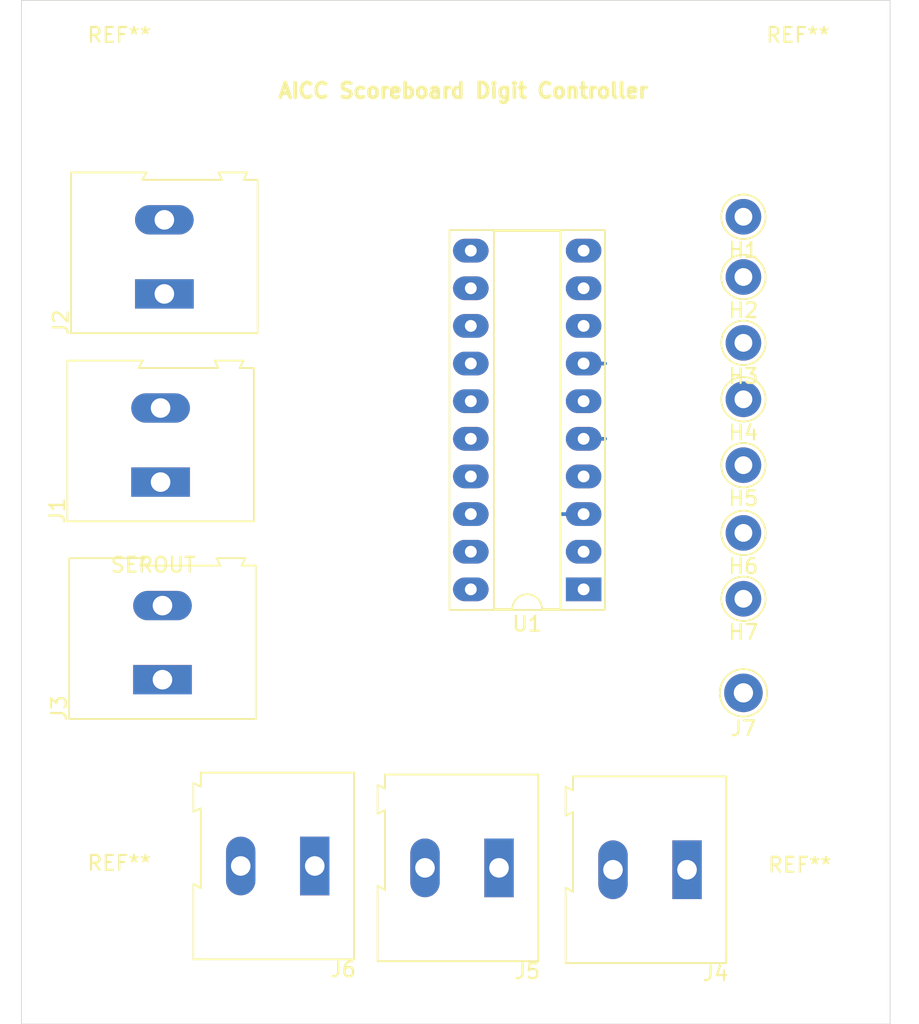
<source format=kicad_pcb>
(kicad_pcb (version 20171130) (host pcbnew "(5.1.2)-2")

  (general
    (thickness 1.6)
    (drawings 6)
    (tracks 4)
    (zones 0)
    (modules 19)
    (nets 16)
  )

  (page A4)
  (layers
    (0 F.Cu signal)
    (31 B.Cu signal)
    (32 B.Adhes user)
    (33 F.Adhes user)
    (34 B.Paste user)
    (35 F.Paste user)
    (36 B.SilkS user)
    (37 F.SilkS user)
    (38 B.Mask user)
    (39 F.Mask user)
    (40 Dwgs.User user)
    (41 Cmts.User user)
    (42 Eco1.User user)
    (43 Eco2.User user)
    (44 Edge.Cuts user)
    (45 Margin user)
    (46 B.CrtYd user)
    (47 F.CrtYd user)
    (48 B.Fab user)
    (49 F.Fab user)
  )

  (setup
    (last_trace_width 0.25)
    (user_trace_width 1)
    (user_trace_width 2)
    (trace_clearance 0.2)
    (zone_clearance 0.508)
    (zone_45_only no)
    (trace_min 0.2)
    (via_size 0.8)
    (via_drill 0.4)
    (via_min_size 0.4)
    (via_min_drill 0.3)
    (uvia_size 0.3)
    (uvia_drill 0.1)
    (uvias_allowed no)
    (uvia_min_size 0.2)
    (uvia_min_drill 0.1)
    (edge_width 0.05)
    (segment_width 0.2)
    (pcb_text_width 0.3)
    (pcb_text_size 1.5 1.5)
    (mod_edge_width 0.12)
    (mod_text_size 1 1)
    (mod_text_width 0.15)
    (pad_size 2 2)
    (pad_drill 1)
    (pad_to_mask_clearance 0.051)
    (solder_mask_min_width 0.25)
    (aux_axis_origin 0 0)
    (visible_elements 7FFFFFFF)
    (pcbplotparams
      (layerselection 0x010fc_ffffffff)
      (usegerberextensions false)
      (usegerberattributes false)
      (usegerberadvancedattributes false)
      (creategerberjobfile false)
      (excludeedgelayer true)
      (linewidth 0.100000)
      (plotframeref false)
      (viasonmask false)
      (mode 1)
      (useauxorigin false)
      (hpglpennumber 1)
      (hpglpenspeed 20)
      (hpglpendiameter 15.000000)
      (psnegative false)
      (psa4output false)
      (plotreference true)
      (plotvalue true)
      (plotinvisibletext false)
      (padsonsilk false)
      (subtractmaskfromsilk false)
      (outputformat 1)
      (mirror false)
      (drillshape 1)
      (scaleselection 1)
      (outputdirectory ""))
  )

  (net 0 "")
  (net 1 "Net-(J1-Pad1)")
  (net 2 "Net-(J2-Pad1)")
  (net 3 "Net-(J3-Pad1)")
  (net 4 "Net-(J3-Pad2)")
  (net 5 "Net-(J4-Pad1)")
  (net 6 GND)
  (net 7 VCC)
  (net 8 "Net-(U1-Pad17)")
  (net 9 "Net-(H1-Pad1)")
  (net 10 "Net-(H3-Pad1)")
  (net 11 "Net-(H5-Pad1)")
  (net 12 "Net-(H7-Pad1)")
  (net 13 "Net-(H2-Pad1)")
  (net 14 "Net-(H4-Pad1)")
  (net 15 "Net-(H6-Pad1)")

  (net_class Default "This is the default net class."
    (clearance 0.2)
    (trace_width 0.25)
    (via_dia 0.8)
    (via_drill 0.4)
    (uvia_dia 0.3)
    (uvia_drill 0.1)
    (add_net GND)
    (add_net "Net-(H1-Pad1)")
    (add_net "Net-(H2-Pad1)")
    (add_net "Net-(H3-Pad1)")
    (add_net "Net-(H4-Pad1)")
    (add_net "Net-(H5-Pad1)")
    (add_net "Net-(H6-Pad1)")
    (add_net "Net-(H7-Pad1)")
    (add_net "Net-(J1-Pad1)")
    (add_net "Net-(J2-Pad1)")
    (add_net "Net-(J3-Pad1)")
    (add_net "Net-(J3-Pad2)")
    (add_net "Net-(J4-Pad1)")
    (add_net "Net-(U1-Pad17)")
    (add_net VCC)
  )

  (module MountingHole:MountingHole_2.5mm (layer F.Cu) (tedit 56D1B4CB) (tstamp 5D387C94)
    (at 175.768 115.697)
    (descr "Mounting Hole 2.5mm, no annular")
    (tags "mounting hole 2.5mm no annular")
    (attr virtual)
    (fp_text reference REF** (at 0 -3.5) (layer F.SilkS)
      (effects (font (size 1 1) (thickness 0.15)))
    )
    (fp_text value MountingHole_2.5mm (at 0 3.5) (layer F.Fab)
      (effects (font (size 1 1) (thickness 0.15)))
    )
    (fp_circle (center 0 0) (end 2.75 0) (layer F.CrtYd) (width 0.05))
    (fp_circle (center 0 0) (end 2.5 0) (layer Cmts.User) (width 0.15))
    (fp_text user %R (at 0.127 0) (layer F.Fab)
      (effects (font (size 1 1) (thickness 0.15)))
    )
    (pad 1 np_thru_hole circle (at 0 0) (size 2.5 2.5) (drill 2.5) (layers *.Cu *.Mask))
  )

  (module MountingHole:MountingHole_2.5mm (layer F.Cu) (tedit 56D1B4CB) (tstamp 5D387C77)
    (at 129.794 115.57)
    (descr "Mounting Hole 2.5mm, no annular")
    (tags "mounting hole 2.5mm no annular")
    (attr virtual)
    (fp_text reference REF** (at 0 -3.5) (layer F.SilkS)
      (effects (font (size 1 1) (thickness 0.15)))
    )
    (fp_text value MountingHole_2.5mm (at 0 3.5) (layer F.Fab)
      (effects (font (size 1 1) (thickness 0.15)))
    )
    (fp_circle (center 0 0) (end 2.75 0) (layer F.CrtYd) (width 0.05))
    (fp_circle (center 0 0) (end 2.5 0) (layer Cmts.User) (width 0.15))
    (fp_text user %R (at 0.3 0) (layer F.Fab)
      (effects (font (size 1 1) (thickness 0.15)))
    )
    (pad 1 np_thru_hole circle (at 0 0) (size 2.5 2.5) (drill 2.5) (layers *.Cu *.Mask))
  )

  (module MountingHole:MountingHole_2.5mm (layer F.Cu) (tedit 56D1B4CB) (tstamp 5D387C5A)
    (at 175.641 59.69)
    (descr "Mounting Hole 2.5mm, no annular")
    (tags "mounting hole 2.5mm no annular")
    (attr virtual)
    (fp_text reference REF** (at 0 -3.5) (layer F.SilkS)
      (effects (font (size 1 1) (thickness 0.15)))
    )
    (fp_text value MountingHole_2.5mm (at 0 3.5) (layer F.Fab)
      (effects (font (size 1 1) (thickness 0.15)))
    )
    (fp_circle (center 0 0) (end 2.75 0) (layer F.CrtYd) (width 0.05))
    (fp_circle (center 0 0) (end 2.5 0) (layer Cmts.User) (width 0.15))
    (fp_text user %R (at 0.3 0) (layer F.Fab)
      (effects (font (size 1 1) (thickness 0.15)))
    )
    (pad 1 np_thru_hole circle (at 0 0) (size 2.5 2.5) (drill 2.5) (layers *.Cu *.Mask))
  )

  (module MountingHole:MountingHole_2.5mm (layer F.Cu) (tedit 56D1B4CB) (tstamp 5D387C3D)
    (at 129.794 59.69)
    (descr "Mounting Hole 2.5mm, no annular")
    (tags "mounting hole 2.5mm no annular")
    (attr virtual)
    (fp_text reference REF** (at 0 -3.5) (layer F.SilkS)
      (effects (font (size 1 1) (thickness 0.15)))
    )
    (fp_text value MountingHole_2.5mm (at 0 3.5) (layer F.Fab)
      (effects (font (size 1 1) (thickness 0.15)))
    )
    (fp_circle (center 0 0) (end 2.75 0) (layer F.CrtYd) (width 0.05))
    (fp_circle (center 0 0) (end 2.5 0) (layer Cmts.User) (width 0.15))
    (fp_text user %R (at 0.3 0) (layer F.Fab)
      (effects (font (size 1 1) (thickness 0.15)))
    )
    (pad 1 np_thru_hole circle (at 0 0) (size 2.5 2.5) (drill 2.5) (layers *.Cu *.Mask))
  )

  (module Package_DIP:DIP-20_W7.62mm_Socket_LongPads (layer F.Cu) (tedit 5A02E8C5) (tstamp 5D379C37)
    (at 161.163 93.599 180)
    (descr "20-lead though-hole mounted DIP package, row spacing 7.62 mm (300 mils), Socket, LongPads")
    (tags "THT DIP DIL PDIP 2.54mm 7.62mm 300mil Socket LongPads")
    (path /5D35FA88)
    (fp_text reference U1 (at 3.81 -2.33) (layer F.SilkS)
      (effects (font (size 1 1) (thickness 0.15)))
    )
    (fp_text value TPIC6595 (at 3.81 25.19) (layer F.Fab)
      (effects (font (size 1 1) (thickness 0.15)))
    )
    (fp_arc (start 3.81 -1.33) (end 2.81 -1.33) (angle -180) (layer F.SilkS) (width 0.12))
    (fp_line (start 1.635 -1.27) (end 6.985 -1.27) (layer F.Fab) (width 0.1))
    (fp_line (start 6.985 -1.27) (end 6.985 24.13) (layer F.Fab) (width 0.1))
    (fp_line (start 6.985 24.13) (end 0.635 24.13) (layer F.Fab) (width 0.1))
    (fp_line (start 0.635 24.13) (end 0.635 -0.27) (layer F.Fab) (width 0.1))
    (fp_line (start 0.635 -0.27) (end 1.635 -1.27) (layer F.Fab) (width 0.1))
    (fp_line (start -1.27 -1.33) (end -1.27 24.19) (layer F.Fab) (width 0.1))
    (fp_line (start -1.27 24.19) (end 8.89 24.19) (layer F.Fab) (width 0.1))
    (fp_line (start 8.89 24.19) (end 8.89 -1.33) (layer F.Fab) (width 0.1))
    (fp_line (start 8.89 -1.33) (end -1.27 -1.33) (layer F.Fab) (width 0.1))
    (fp_line (start 2.81 -1.33) (end 1.56 -1.33) (layer F.SilkS) (width 0.12))
    (fp_line (start 1.56 -1.33) (end 1.56 24.19) (layer F.SilkS) (width 0.12))
    (fp_line (start 1.56 24.19) (end 6.06 24.19) (layer F.SilkS) (width 0.12))
    (fp_line (start 6.06 24.19) (end 6.06 -1.33) (layer F.SilkS) (width 0.12))
    (fp_line (start 6.06 -1.33) (end 4.81 -1.33) (layer F.SilkS) (width 0.12))
    (fp_line (start -1.44 -1.39) (end -1.44 24.25) (layer F.SilkS) (width 0.12))
    (fp_line (start -1.44 24.25) (end 9.06 24.25) (layer F.SilkS) (width 0.12))
    (fp_line (start 9.06 24.25) (end 9.06 -1.39) (layer F.SilkS) (width 0.12))
    (fp_line (start 9.06 -1.39) (end -1.44 -1.39) (layer F.SilkS) (width 0.12))
    (fp_line (start -1.55 -1.6) (end -1.55 24.45) (layer F.CrtYd) (width 0.05))
    (fp_line (start -1.55 24.45) (end 9.15 24.45) (layer F.CrtYd) (width 0.05))
    (fp_line (start 9.15 24.45) (end 9.15 -1.6) (layer F.CrtYd) (width 0.05))
    (fp_line (start 9.15 -1.6) (end -1.55 -1.6) (layer F.CrtYd) (width 0.05))
    (fp_text user %R (at 3.81 11.43) (layer F.Fab)
      (effects (font (size 1 1) (thickness 0.15)))
    )
    (pad 1 thru_hole rect (at 0 0 180) (size 2.4 1.6) (drill 0.8) (layers *.Cu *.Mask)
      (net 6 GND))
    (pad 11 thru_hole oval (at 7.62 22.86 180) (size 2.4 1.6) (drill 0.8) (layers *.Cu *.Mask)
      (net 6 GND))
    (pad 2 thru_hole oval (at 0 2.54 180) (size 2.4 1.6) (drill 0.8) (layers *.Cu *.Mask)
      (net 7 VCC))
    (pad 12 thru_hole oval (at 7.62 20.32 180) (size 2.4 1.6) (drill 0.8) (layers *.Cu *.Mask)
      (net 2 "Net-(J2-Pad1)"))
    (pad 3 thru_hole oval (at 0 5.08 180) (size 2.4 1.6) (drill 0.8) (layers *.Cu *.Mask)
      (net 4 "Net-(J3-Pad2)"))
    (pad 13 thru_hole oval (at 7.62 17.78 180) (size 2.4 1.6) (drill 0.8) (layers *.Cu *.Mask)
      (net 1 "Net-(J1-Pad1)"))
    (pad 4 thru_hole oval (at 0 7.62 180) (size 2.4 1.6) (drill 0.8) (layers *.Cu *.Mask)
      (net 9 "Net-(H1-Pad1)"))
    (pad 14 thru_hole oval (at 7.62 15.24 180) (size 2.4 1.6) (drill 0.8) (layers *.Cu *.Mask)
      (net 10 "Net-(H3-Pad1)"))
    (pad 5 thru_hole oval (at 0 10.16 180) (size 2.4 1.6) (drill 0.8) (layers *.Cu *.Mask)
      (net 11 "Net-(H5-Pad1)"))
    (pad 15 thru_hole oval (at 7.62 12.7 180) (size 2.4 1.6) (drill 0.8) (layers *.Cu *.Mask)
      (net 12 "Net-(H7-Pad1)"))
    (pad 6 thru_hole oval (at 0 12.7 180) (size 2.4 1.6) (drill 0.8) (layers *.Cu *.Mask)
      (net 13 "Net-(H2-Pad1)"))
    (pad 16 thru_hole oval (at 7.62 10.16 180) (size 2.4 1.6) (drill 0.8) (layers *.Cu *.Mask)
      (net 14 "Net-(H4-Pad1)"))
    (pad 7 thru_hole oval (at 0 15.24 180) (size 2.4 1.6) (drill 0.8) (layers *.Cu *.Mask)
      (net 15 "Net-(H6-Pad1)"))
    (pad 17 thru_hole oval (at 7.62 7.62 180) (size 2.4 1.6) (drill 0.8) (layers *.Cu *.Mask)
      (net 8 "Net-(U1-Pad17)"))
    (pad 8 thru_hole oval (at 0 17.78 180) (size 2.4 1.6) (drill 0.8) (layers *.Cu *.Mask)
      (net 7 VCC))
    (pad 18 thru_hole oval (at 7.62 5.08 180) (size 2.4 1.6) (drill 0.8) (layers *.Cu *.Mask)
      (net 3 "Net-(J3-Pad1)"))
    (pad 9 thru_hole oval (at 0 20.32 180) (size 2.4 1.6) (drill 0.8) (layers *.Cu *.Mask)
      (net 6 GND))
    (pad 19 thru_hole oval (at 7.62 2.54 180) (size 2.4 1.6) (drill 0.8) (layers *.Cu *.Mask)
      (net 6 GND))
    (pad 10 thru_hole oval (at 0 22.86 180) (size 2.4 1.6) (drill 0.8) (layers *.Cu *.Mask)
      (net 6 GND))
    (pad 20 thru_hole oval (at 7.62 0 180) (size 2.4 1.6) (drill 0.8) (layers *.Cu *.Mask)
      (net 6 GND))
    (model ${KISYS3DMOD}/Package_DIP.3dshapes/DIP-20_W7.62mm_Socket.wrl
      (at (xyz 0 0 0))
      (scale (xyz 1 1 1))
      (rotate (xyz 0 0 0))
    )
  )

  (module TerminalBlock:TerminalBlock_Altech_AK300-2_P5.00mm (layer F.Cu) (tedit 59FF0306) (tstamp 5D37DA7E)
    (at 132.715 99.695 90)
    (descr "Altech AK300 terminal block, pitch 5.0mm, 45 degree angled, see http://www.mouser.com/ds/2/16/PCBMETRC-24178.pdf")
    (tags "Altech AK300 terminal block pitch 5.0mm")
    (path /5D361EF9)
    (fp_text reference J3 (at -1.92 -6.99 90) (layer F.SilkS)
      (effects (font (size 1 1) (thickness 0.15)))
    )
    (fp_text value "SER IN/OUT" (at 2.78 7.75 90) (layer F.Fab)
      (effects (font (size 1 1) (thickness 0.15)))
    )
    (fp_text user %R (at 2.5 -2 90) (layer F.Fab)
      (effects (font (size 1 1) (thickness 0.15)))
    )
    (fp_line (start -2.65 -6.3) (end -2.65 6.3) (layer F.SilkS) (width 0.12))
    (fp_line (start -2.65 6.3) (end 7.7 6.3) (layer F.SilkS) (width 0.12))
    (fp_line (start 7.7 6.3) (end 7.7 5.35) (layer F.SilkS) (width 0.12))
    (fp_line (start 7.7 5.35) (end 8.2 5.6) (layer F.SilkS) (width 0.12))
    (fp_line (start 8.2 5.6) (end 8.2 3.7) (layer F.SilkS) (width 0.12))
    (fp_line (start 8.2 3.7) (end 8.2 3.65) (layer F.SilkS) (width 0.12))
    (fp_line (start 8.2 3.65) (end 7.7 3.9) (layer F.SilkS) (width 0.12))
    (fp_line (start 7.7 3.9) (end 7.7 -1.5) (layer F.SilkS) (width 0.12))
    (fp_line (start 7.7 -1.5) (end 8.2 -1.2) (layer F.SilkS) (width 0.12))
    (fp_line (start 8.2 -1.2) (end 8.2 -6.3) (layer F.SilkS) (width 0.12))
    (fp_line (start 8.2 -6.3) (end -2.65 -6.3) (layer F.SilkS) (width 0.12))
    (fp_line (start -1.26 2.54) (end 1.28 2.54) (layer F.Fab) (width 0.1))
    (fp_line (start 1.28 2.54) (end 1.28 -0.25) (layer F.Fab) (width 0.1))
    (fp_line (start -1.26 -0.25) (end 1.28 -0.25) (layer F.Fab) (width 0.1))
    (fp_line (start -1.26 2.54) (end -1.26 -0.25) (layer F.Fab) (width 0.1))
    (fp_line (start 3.74 2.54) (end 6.28 2.54) (layer F.Fab) (width 0.1))
    (fp_line (start 6.28 2.54) (end 6.28 -0.25) (layer F.Fab) (width 0.1))
    (fp_line (start 3.74 -0.25) (end 6.28 -0.25) (layer F.Fab) (width 0.1))
    (fp_line (start 3.74 2.54) (end 3.74 -0.25) (layer F.Fab) (width 0.1))
    (fp_line (start 7.61 -6.22) (end 7.61 -3.17) (layer F.Fab) (width 0.1))
    (fp_line (start 7.61 -6.22) (end -2.58 -6.22) (layer F.Fab) (width 0.1))
    (fp_line (start 7.61 -6.22) (end 8.11 -6.22) (layer F.Fab) (width 0.1))
    (fp_line (start 8.11 -6.22) (end 8.11 -1.4) (layer F.Fab) (width 0.1))
    (fp_line (start 8.11 -1.4) (end 7.61 -1.65) (layer F.Fab) (width 0.1))
    (fp_line (start 8.11 5.46) (end 7.61 5.21) (layer F.Fab) (width 0.1))
    (fp_line (start 7.61 5.21) (end 7.61 6.22) (layer F.Fab) (width 0.1))
    (fp_line (start 8.11 3.81) (end 7.61 4.06) (layer F.Fab) (width 0.1))
    (fp_line (start 7.61 4.06) (end 7.61 5.21) (layer F.Fab) (width 0.1))
    (fp_line (start 8.11 3.81) (end 8.11 5.46) (layer F.Fab) (width 0.1))
    (fp_line (start 2.98 6.22) (end 2.98 4.32) (layer F.Fab) (width 0.1))
    (fp_line (start 7.05 -0.25) (end 7.05 4.32) (layer F.Fab) (width 0.1))
    (fp_line (start 2.98 6.22) (end 7.05 6.22) (layer F.Fab) (width 0.1))
    (fp_line (start 7.05 6.22) (end 7.61 6.22) (layer F.Fab) (width 0.1))
    (fp_line (start 2.04 6.22) (end 2.04 4.32) (layer F.Fab) (width 0.1))
    (fp_line (start 2.04 6.22) (end 2.98 6.22) (layer F.Fab) (width 0.1))
    (fp_line (start -2.02 -0.25) (end -2.02 4.32) (layer F.Fab) (width 0.1))
    (fp_line (start -2.58 6.22) (end -2.02 6.22) (layer F.Fab) (width 0.1))
    (fp_line (start -2.02 6.22) (end 2.04 6.22) (layer F.Fab) (width 0.1))
    (fp_line (start 2.98 4.32) (end 7.05 4.32) (layer F.Fab) (width 0.1))
    (fp_line (start 2.98 4.32) (end 2.98 -0.25) (layer F.Fab) (width 0.1))
    (fp_line (start 7.05 4.32) (end 7.05 6.22) (layer F.Fab) (width 0.1))
    (fp_line (start 2.04 4.32) (end -2.02 4.32) (layer F.Fab) (width 0.1))
    (fp_line (start 2.04 4.32) (end 2.04 -0.25) (layer F.Fab) (width 0.1))
    (fp_line (start -2.02 4.32) (end -2.02 6.22) (layer F.Fab) (width 0.1))
    (fp_line (start 6.67 3.68) (end 6.67 0.51) (layer F.Fab) (width 0.1))
    (fp_line (start 6.67 3.68) (end 3.36 3.68) (layer F.Fab) (width 0.1))
    (fp_line (start 3.36 3.68) (end 3.36 0.51) (layer F.Fab) (width 0.1))
    (fp_line (start 1.66 3.68) (end 1.66 0.51) (layer F.Fab) (width 0.1))
    (fp_line (start 1.66 3.68) (end -1.64 3.68) (layer F.Fab) (width 0.1))
    (fp_line (start -1.64 3.68) (end -1.64 0.51) (layer F.Fab) (width 0.1))
    (fp_line (start -1.64 0.51) (end -1.26 0.51) (layer F.Fab) (width 0.1))
    (fp_line (start 1.66 0.51) (end 1.28 0.51) (layer F.Fab) (width 0.1))
    (fp_line (start 3.36 0.51) (end 3.74 0.51) (layer F.Fab) (width 0.1))
    (fp_line (start 6.67 0.51) (end 6.28 0.51) (layer F.Fab) (width 0.1))
    (fp_line (start -2.58 6.22) (end -2.58 -0.64) (layer F.Fab) (width 0.1))
    (fp_line (start -2.58 -0.64) (end -2.58 -3.17) (layer F.Fab) (width 0.1))
    (fp_line (start 7.61 -1.65) (end 7.61 -0.64) (layer F.Fab) (width 0.1))
    (fp_line (start 7.61 -0.64) (end 7.61 4.06) (layer F.Fab) (width 0.1))
    (fp_line (start -2.58 -3.17) (end 7.61 -3.17) (layer F.Fab) (width 0.1))
    (fp_line (start -2.58 -3.17) (end -2.58 -6.22) (layer F.Fab) (width 0.1))
    (fp_line (start 7.61 -3.17) (end 7.61 -1.65) (layer F.Fab) (width 0.1))
    (fp_line (start 2.98 -3.43) (end 2.98 -5.97) (layer F.Fab) (width 0.1))
    (fp_line (start 2.98 -5.97) (end 7.05 -5.97) (layer F.Fab) (width 0.1))
    (fp_line (start 7.05 -5.97) (end 7.05 -3.43) (layer F.Fab) (width 0.1))
    (fp_line (start 7.05 -3.43) (end 2.98 -3.43) (layer F.Fab) (width 0.1))
    (fp_line (start 2.04 -3.43) (end 2.04 -5.97) (layer F.Fab) (width 0.1))
    (fp_line (start 2.04 -3.43) (end -2.02 -3.43) (layer F.Fab) (width 0.1))
    (fp_line (start -2.02 -3.43) (end -2.02 -5.97) (layer F.Fab) (width 0.1))
    (fp_line (start 2.04 -5.97) (end -2.02 -5.97) (layer F.Fab) (width 0.1))
    (fp_line (start 3.39 -4.45) (end 6.44 -5.08) (layer F.Fab) (width 0.1))
    (fp_line (start 3.52 -4.32) (end 6.56 -4.95) (layer F.Fab) (width 0.1))
    (fp_line (start -1.62 -4.45) (end 1.44 -5.08) (layer F.Fab) (width 0.1))
    (fp_line (start -1.49 -4.32) (end 1.56 -4.95) (layer F.Fab) (width 0.1))
    (fp_line (start -2.02 -0.25) (end -1.64 -0.25) (layer F.Fab) (width 0.1))
    (fp_line (start 2.04 -0.25) (end 1.66 -0.25) (layer F.Fab) (width 0.1))
    (fp_line (start 1.66 -0.25) (end -1.64 -0.25) (layer F.Fab) (width 0.1))
    (fp_line (start -2.58 -0.64) (end -1.64 -0.64) (layer F.Fab) (width 0.1))
    (fp_line (start -1.64 -0.64) (end 1.66 -0.64) (layer F.Fab) (width 0.1))
    (fp_line (start 1.66 -0.64) (end 3.36 -0.64) (layer F.Fab) (width 0.1))
    (fp_line (start 7.61 -0.64) (end 6.67 -0.64) (layer F.Fab) (width 0.1))
    (fp_line (start 6.67 -0.64) (end 3.36 -0.64) (layer F.Fab) (width 0.1))
    (fp_line (start 7.05 -0.25) (end 6.67 -0.25) (layer F.Fab) (width 0.1))
    (fp_line (start 2.98 -0.25) (end 3.36 -0.25) (layer F.Fab) (width 0.1))
    (fp_line (start 3.36 -0.25) (end 6.67 -0.25) (layer F.Fab) (width 0.1))
    (fp_line (start -2.83 -6.47) (end 8.36 -6.47) (layer F.CrtYd) (width 0.05))
    (fp_line (start -2.83 -6.47) (end -2.83 6.47) (layer F.CrtYd) (width 0.05))
    (fp_line (start 8.36 6.47) (end 8.36 -6.47) (layer F.CrtYd) (width 0.05))
    (fp_line (start 8.36 6.47) (end -2.83 6.47) (layer F.CrtYd) (width 0.05))
    (fp_arc (start 6.03 -4.59) (end 6.54 -5.05) (angle 90.5) (layer F.Fab) (width 0.1))
    (fp_arc (start 5.07 -6.07) (end 6.53 -4.12) (angle 75.5) (layer F.Fab) (width 0.1))
    (fp_arc (start 4.99 -3.71) (end 3.39 -5) (angle 100) (layer F.Fab) (width 0.1))
    (fp_arc (start 3.87 -4.65) (end 3.58 -4.13) (angle 104.2) (layer F.Fab) (width 0.1))
    (fp_arc (start 1.03 -4.59) (end 1.53 -5.05) (angle 90.5) (layer F.Fab) (width 0.1))
    (fp_arc (start 0.06 -6.07) (end 1.53 -4.12) (angle 75.5) (layer F.Fab) (width 0.1))
    (fp_arc (start -0.01 -3.71) (end -1.62 -5) (angle 100) (layer F.Fab) (width 0.1))
    (fp_arc (start -1.13 -4.65) (end -1.42 -4.13) (angle 104.2) (layer F.Fab) (width 0.1))
    (pad 1 thru_hole rect (at 0 0 90) (size 1.98 3.96) (drill 1.32) (layers *.Cu *.Mask)
      (net 3 "Net-(J3-Pad1)"))
    (pad 2 thru_hole oval (at 5 0 90) (size 1.98 3.96) (drill 1.32) (layers *.Cu *.Mask)
      (net 4 "Net-(J3-Pad2)"))
    (model ${KISYS3DMOD}/TerminalBlock.3dshapes/TerminalBlock_Altech_AK300-2_P5.00mm.wrl
      (at (xyz 0 0 0))
      (scale (xyz 1 1 1))
      (rotate (xyz 0 0 0))
    )
  )

  (module TerminalBlock:TerminalBlock_Altech_AK300-2_P5.00mm (layer F.Cu) (tedit 59FF0306) (tstamp 5D37D9B2)
    (at 132.588 86.36 90)
    (descr "Altech AK300 terminal block, pitch 5.0mm, 45 degree angled, see http://www.mouser.com/ds/2/16/PCBMETRC-24178.pdf")
    (tags "Altech AK300 terminal block pitch 5.0mm")
    (path /5D36268B)
    (fp_text reference J1 (at -1.92 -6.99 90) (layer F.SilkS)
      (effects (font (size 1 1) (thickness 0.15)))
    )
    (fp_text value SRCK (at 2.78 7.75 90) (layer F.Fab)
      (effects (font (size 1 1) (thickness 0.15)))
    )
    (fp_arc (start -1.13 -4.65) (end -1.42 -4.13) (angle 104.2) (layer F.Fab) (width 0.1))
    (fp_arc (start -0.01 -3.71) (end -1.62 -5) (angle 100) (layer F.Fab) (width 0.1))
    (fp_arc (start 0.06 -6.07) (end 1.53 -4.12) (angle 75.5) (layer F.Fab) (width 0.1))
    (fp_arc (start 1.03 -4.59) (end 1.53 -5.05) (angle 90.5) (layer F.Fab) (width 0.1))
    (fp_arc (start 3.87 -4.65) (end 3.58 -4.13) (angle 104.2) (layer F.Fab) (width 0.1))
    (fp_arc (start 4.99 -3.71) (end 3.39 -5) (angle 100) (layer F.Fab) (width 0.1))
    (fp_arc (start 5.07 -6.07) (end 6.53 -4.12) (angle 75.5) (layer F.Fab) (width 0.1))
    (fp_arc (start 6.03 -4.59) (end 6.54 -5.05) (angle 90.5) (layer F.Fab) (width 0.1))
    (fp_line (start 8.36 6.47) (end -2.83 6.47) (layer F.CrtYd) (width 0.05))
    (fp_line (start 8.36 6.47) (end 8.36 -6.47) (layer F.CrtYd) (width 0.05))
    (fp_line (start -2.83 -6.47) (end -2.83 6.47) (layer F.CrtYd) (width 0.05))
    (fp_line (start -2.83 -6.47) (end 8.36 -6.47) (layer F.CrtYd) (width 0.05))
    (fp_line (start 3.36 -0.25) (end 6.67 -0.25) (layer F.Fab) (width 0.1))
    (fp_line (start 2.98 -0.25) (end 3.36 -0.25) (layer F.Fab) (width 0.1))
    (fp_line (start 7.05 -0.25) (end 6.67 -0.25) (layer F.Fab) (width 0.1))
    (fp_line (start 6.67 -0.64) (end 3.36 -0.64) (layer F.Fab) (width 0.1))
    (fp_line (start 7.61 -0.64) (end 6.67 -0.64) (layer F.Fab) (width 0.1))
    (fp_line (start 1.66 -0.64) (end 3.36 -0.64) (layer F.Fab) (width 0.1))
    (fp_line (start -1.64 -0.64) (end 1.66 -0.64) (layer F.Fab) (width 0.1))
    (fp_line (start -2.58 -0.64) (end -1.64 -0.64) (layer F.Fab) (width 0.1))
    (fp_line (start 1.66 -0.25) (end -1.64 -0.25) (layer F.Fab) (width 0.1))
    (fp_line (start 2.04 -0.25) (end 1.66 -0.25) (layer F.Fab) (width 0.1))
    (fp_line (start -2.02 -0.25) (end -1.64 -0.25) (layer F.Fab) (width 0.1))
    (fp_line (start -1.49 -4.32) (end 1.56 -4.95) (layer F.Fab) (width 0.1))
    (fp_line (start -1.62 -4.45) (end 1.44 -5.08) (layer F.Fab) (width 0.1))
    (fp_line (start 3.52 -4.32) (end 6.56 -4.95) (layer F.Fab) (width 0.1))
    (fp_line (start 3.39 -4.45) (end 6.44 -5.08) (layer F.Fab) (width 0.1))
    (fp_line (start 2.04 -5.97) (end -2.02 -5.97) (layer F.Fab) (width 0.1))
    (fp_line (start -2.02 -3.43) (end -2.02 -5.97) (layer F.Fab) (width 0.1))
    (fp_line (start 2.04 -3.43) (end -2.02 -3.43) (layer F.Fab) (width 0.1))
    (fp_line (start 2.04 -3.43) (end 2.04 -5.97) (layer F.Fab) (width 0.1))
    (fp_line (start 7.05 -3.43) (end 2.98 -3.43) (layer F.Fab) (width 0.1))
    (fp_line (start 7.05 -5.97) (end 7.05 -3.43) (layer F.Fab) (width 0.1))
    (fp_line (start 2.98 -5.97) (end 7.05 -5.97) (layer F.Fab) (width 0.1))
    (fp_line (start 2.98 -3.43) (end 2.98 -5.97) (layer F.Fab) (width 0.1))
    (fp_line (start 7.61 -3.17) (end 7.61 -1.65) (layer F.Fab) (width 0.1))
    (fp_line (start -2.58 -3.17) (end -2.58 -6.22) (layer F.Fab) (width 0.1))
    (fp_line (start -2.58 -3.17) (end 7.61 -3.17) (layer F.Fab) (width 0.1))
    (fp_line (start 7.61 -0.64) (end 7.61 4.06) (layer F.Fab) (width 0.1))
    (fp_line (start 7.61 -1.65) (end 7.61 -0.64) (layer F.Fab) (width 0.1))
    (fp_line (start -2.58 -0.64) (end -2.58 -3.17) (layer F.Fab) (width 0.1))
    (fp_line (start -2.58 6.22) (end -2.58 -0.64) (layer F.Fab) (width 0.1))
    (fp_line (start 6.67 0.51) (end 6.28 0.51) (layer F.Fab) (width 0.1))
    (fp_line (start 3.36 0.51) (end 3.74 0.51) (layer F.Fab) (width 0.1))
    (fp_line (start 1.66 0.51) (end 1.28 0.51) (layer F.Fab) (width 0.1))
    (fp_line (start -1.64 0.51) (end -1.26 0.51) (layer F.Fab) (width 0.1))
    (fp_line (start -1.64 3.68) (end -1.64 0.51) (layer F.Fab) (width 0.1))
    (fp_line (start 1.66 3.68) (end -1.64 3.68) (layer F.Fab) (width 0.1))
    (fp_line (start 1.66 3.68) (end 1.66 0.51) (layer F.Fab) (width 0.1))
    (fp_line (start 3.36 3.68) (end 3.36 0.51) (layer F.Fab) (width 0.1))
    (fp_line (start 6.67 3.68) (end 3.36 3.68) (layer F.Fab) (width 0.1))
    (fp_line (start 6.67 3.68) (end 6.67 0.51) (layer F.Fab) (width 0.1))
    (fp_line (start -2.02 4.32) (end -2.02 6.22) (layer F.Fab) (width 0.1))
    (fp_line (start 2.04 4.32) (end 2.04 -0.25) (layer F.Fab) (width 0.1))
    (fp_line (start 2.04 4.32) (end -2.02 4.32) (layer F.Fab) (width 0.1))
    (fp_line (start 7.05 4.32) (end 7.05 6.22) (layer F.Fab) (width 0.1))
    (fp_line (start 2.98 4.32) (end 2.98 -0.25) (layer F.Fab) (width 0.1))
    (fp_line (start 2.98 4.32) (end 7.05 4.32) (layer F.Fab) (width 0.1))
    (fp_line (start -2.02 6.22) (end 2.04 6.22) (layer F.Fab) (width 0.1))
    (fp_line (start -2.58 6.22) (end -2.02 6.22) (layer F.Fab) (width 0.1))
    (fp_line (start -2.02 -0.25) (end -2.02 4.32) (layer F.Fab) (width 0.1))
    (fp_line (start 2.04 6.22) (end 2.98 6.22) (layer F.Fab) (width 0.1))
    (fp_line (start 2.04 6.22) (end 2.04 4.32) (layer F.Fab) (width 0.1))
    (fp_line (start 7.05 6.22) (end 7.61 6.22) (layer F.Fab) (width 0.1))
    (fp_line (start 2.98 6.22) (end 7.05 6.22) (layer F.Fab) (width 0.1))
    (fp_line (start 7.05 -0.25) (end 7.05 4.32) (layer F.Fab) (width 0.1))
    (fp_line (start 2.98 6.22) (end 2.98 4.32) (layer F.Fab) (width 0.1))
    (fp_line (start 8.11 3.81) (end 8.11 5.46) (layer F.Fab) (width 0.1))
    (fp_line (start 7.61 4.06) (end 7.61 5.21) (layer F.Fab) (width 0.1))
    (fp_line (start 8.11 3.81) (end 7.61 4.06) (layer F.Fab) (width 0.1))
    (fp_line (start 7.61 5.21) (end 7.61 6.22) (layer F.Fab) (width 0.1))
    (fp_line (start 8.11 5.46) (end 7.61 5.21) (layer F.Fab) (width 0.1))
    (fp_line (start 8.11 -1.4) (end 7.61 -1.65) (layer F.Fab) (width 0.1))
    (fp_line (start 8.11 -6.22) (end 8.11 -1.4) (layer F.Fab) (width 0.1))
    (fp_line (start 7.61 -6.22) (end 8.11 -6.22) (layer F.Fab) (width 0.1))
    (fp_line (start 7.61 -6.22) (end -2.58 -6.22) (layer F.Fab) (width 0.1))
    (fp_line (start 7.61 -6.22) (end 7.61 -3.17) (layer F.Fab) (width 0.1))
    (fp_line (start 3.74 2.54) (end 3.74 -0.25) (layer F.Fab) (width 0.1))
    (fp_line (start 3.74 -0.25) (end 6.28 -0.25) (layer F.Fab) (width 0.1))
    (fp_line (start 6.28 2.54) (end 6.28 -0.25) (layer F.Fab) (width 0.1))
    (fp_line (start 3.74 2.54) (end 6.28 2.54) (layer F.Fab) (width 0.1))
    (fp_line (start -1.26 2.54) (end -1.26 -0.25) (layer F.Fab) (width 0.1))
    (fp_line (start -1.26 -0.25) (end 1.28 -0.25) (layer F.Fab) (width 0.1))
    (fp_line (start 1.28 2.54) (end 1.28 -0.25) (layer F.Fab) (width 0.1))
    (fp_line (start -1.26 2.54) (end 1.28 2.54) (layer F.Fab) (width 0.1))
    (fp_line (start 8.2 -6.3) (end -2.65 -6.3) (layer F.SilkS) (width 0.12))
    (fp_line (start 8.2 -1.2) (end 8.2 -6.3) (layer F.SilkS) (width 0.12))
    (fp_line (start 7.7 -1.5) (end 8.2 -1.2) (layer F.SilkS) (width 0.12))
    (fp_line (start 7.7 3.9) (end 7.7 -1.5) (layer F.SilkS) (width 0.12))
    (fp_line (start 8.2 3.65) (end 7.7 3.9) (layer F.SilkS) (width 0.12))
    (fp_line (start 8.2 3.7) (end 8.2 3.65) (layer F.SilkS) (width 0.12))
    (fp_line (start 8.2 5.6) (end 8.2 3.7) (layer F.SilkS) (width 0.12))
    (fp_line (start 7.7 5.35) (end 8.2 5.6) (layer F.SilkS) (width 0.12))
    (fp_line (start 7.7 6.3) (end 7.7 5.35) (layer F.SilkS) (width 0.12))
    (fp_line (start -2.65 6.3) (end 7.7 6.3) (layer F.SilkS) (width 0.12))
    (fp_line (start -2.65 -6.3) (end -2.65 6.3) (layer F.SilkS) (width 0.12))
    (fp_text user %R (at 2.5 -2 90) (layer F.Fab)
      (effects (font (size 1 1) (thickness 0.15)))
    )
    (pad 2 thru_hole oval (at 5 0 90) (size 1.98 3.96) (drill 1.32) (layers *.Cu *.Mask)
      (net 1 "Net-(J1-Pad1)"))
    (pad 1 thru_hole rect (at 0 0 90) (size 1.98 3.96) (drill 1.32) (layers *.Cu *.Mask)
      (net 1 "Net-(J1-Pad1)"))
    (model ${KISYS3DMOD}/TerminalBlock.3dshapes/TerminalBlock_Altech_AK300-2_P5.00mm.wrl
      (at (xyz 0 0 0))
      (scale (xyz 1 1 1))
      (rotate (xyz 0 0 0))
    )
  )

  (module TerminalBlock:TerminalBlock_Altech_AK300-2_P5.00mm (layer F.Cu) (tedit 59FF0306) (tstamp 5D37E8AD)
    (at 132.842 73.66 90)
    (descr "Altech AK300 terminal block, pitch 5.0mm, 45 degree angled, see http://www.mouser.com/ds/2/16/PCBMETRC-24178.pdf")
    (tags "Altech AK300 terminal block pitch 5.0mm")
    (path /5D3634BC)
    (fp_text reference J2 (at -1.92 -6.99 90) (layer F.SilkS)
      (effects (font (size 1 1) (thickness 0.15)))
    )
    (fp_text value RCLK (at 2.78 7.75 90) (layer F.Fab)
      (effects (font (size 1 1) (thickness 0.15)))
    )
    (fp_text user %R (at 3.048 0.635 90) (layer F.Fab)
      (effects (font (size 1 1) (thickness 0.15)))
    )
    (fp_line (start -2.65 -6.3) (end -2.65 6.3) (layer F.SilkS) (width 0.12))
    (fp_line (start -2.65 6.3) (end 7.7 6.3) (layer F.SilkS) (width 0.12))
    (fp_line (start 7.7 6.3) (end 7.7 5.35) (layer F.SilkS) (width 0.12))
    (fp_line (start 7.7 5.35) (end 8.2 5.6) (layer F.SilkS) (width 0.12))
    (fp_line (start 8.2 5.6) (end 8.2 3.7) (layer F.SilkS) (width 0.12))
    (fp_line (start 8.2 3.7) (end 8.2 3.65) (layer F.SilkS) (width 0.12))
    (fp_line (start 8.2 3.65) (end 7.7 3.9) (layer F.SilkS) (width 0.12))
    (fp_line (start 7.7 3.9) (end 7.7 -1.5) (layer F.SilkS) (width 0.12))
    (fp_line (start 7.7 -1.5) (end 8.2 -1.2) (layer F.SilkS) (width 0.12))
    (fp_line (start 8.2 -1.2) (end 8.2 -6.3) (layer F.SilkS) (width 0.12))
    (fp_line (start 8.2 -6.3) (end -2.65 -6.3) (layer F.SilkS) (width 0.12))
    (fp_line (start -1.26 2.54) (end 1.28 2.54) (layer F.Fab) (width 0.1))
    (fp_line (start 1.28 2.54) (end 1.28 -0.25) (layer F.Fab) (width 0.1))
    (fp_line (start -1.26 -0.25) (end 1.28 -0.25) (layer F.Fab) (width 0.1))
    (fp_line (start -1.26 2.54) (end -1.26 -0.25) (layer F.Fab) (width 0.1))
    (fp_line (start 3.74 2.54) (end 6.28 2.54) (layer F.Fab) (width 0.1))
    (fp_line (start 6.28 2.54) (end 6.28 -0.25) (layer F.Fab) (width 0.1))
    (fp_line (start 3.74 -0.25) (end 6.28 -0.25) (layer F.Fab) (width 0.1))
    (fp_line (start 3.74 2.54) (end 3.74 -0.25) (layer F.Fab) (width 0.1))
    (fp_line (start 7.61 -6.22) (end 7.61 -3.17) (layer F.Fab) (width 0.1))
    (fp_line (start 7.61 -6.22) (end -2.58 -6.22) (layer F.Fab) (width 0.1))
    (fp_line (start 7.61 -6.22) (end 8.11 -6.22) (layer F.Fab) (width 0.1))
    (fp_line (start 8.11 -6.22) (end 8.11 -1.4) (layer F.Fab) (width 0.1))
    (fp_line (start 8.11 -1.4) (end 7.61 -1.65) (layer F.Fab) (width 0.1))
    (fp_line (start 8.11 5.46) (end 7.61 5.21) (layer F.Fab) (width 0.1))
    (fp_line (start 7.61 5.21) (end 7.61 6.22) (layer F.Fab) (width 0.1))
    (fp_line (start 8.11 3.81) (end 7.61 4.06) (layer F.Fab) (width 0.1))
    (fp_line (start 7.61 4.06) (end 7.61 5.21) (layer F.Fab) (width 0.1))
    (fp_line (start 8.11 3.81) (end 8.11 5.46) (layer F.Fab) (width 0.1))
    (fp_line (start 2.98 6.22) (end 2.98 4.32) (layer F.Fab) (width 0.1))
    (fp_line (start 7.05 -0.25) (end 7.05 4.32) (layer F.Fab) (width 0.1))
    (fp_line (start 2.98 6.22) (end 7.05 6.22) (layer F.Fab) (width 0.1))
    (fp_line (start 7.05 6.22) (end 7.61 6.22) (layer F.Fab) (width 0.1))
    (fp_line (start 2.04 6.22) (end 2.04 4.32) (layer F.Fab) (width 0.1))
    (fp_line (start 2.04 6.22) (end 2.98 6.22) (layer F.Fab) (width 0.1))
    (fp_line (start -2.02 -0.25) (end -2.02 4.32) (layer F.Fab) (width 0.1))
    (fp_line (start -2.58 6.22) (end -2.02 6.22) (layer F.Fab) (width 0.1))
    (fp_line (start -2.02 6.22) (end 2.04 6.22) (layer F.Fab) (width 0.1))
    (fp_line (start 2.98 4.32) (end 7.05 4.32) (layer F.Fab) (width 0.1))
    (fp_line (start 2.98 4.32) (end 2.98 -0.25) (layer F.Fab) (width 0.1))
    (fp_line (start 7.05 4.32) (end 7.05 6.22) (layer F.Fab) (width 0.1))
    (fp_line (start 2.04 4.32) (end -2.02 4.32) (layer F.Fab) (width 0.1))
    (fp_line (start 2.04 4.32) (end 2.04 -0.25) (layer F.Fab) (width 0.1))
    (fp_line (start -2.02 4.32) (end -2.02 6.22) (layer F.Fab) (width 0.1))
    (fp_line (start 6.67 3.68) (end 6.67 0.51) (layer F.Fab) (width 0.1))
    (fp_line (start 6.67 3.68) (end 3.36 3.68) (layer F.Fab) (width 0.1))
    (fp_line (start 3.36 3.68) (end 3.36 0.51) (layer F.Fab) (width 0.1))
    (fp_line (start 1.66 3.68) (end 1.66 0.51) (layer F.Fab) (width 0.1))
    (fp_line (start 1.66 3.68) (end -1.64 3.68) (layer F.Fab) (width 0.1))
    (fp_line (start -1.64 3.68) (end -1.64 0.51) (layer F.Fab) (width 0.1))
    (fp_line (start -1.64 0.51) (end -1.26 0.51) (layer F.Fab) (width 0.1))
    (fp_line (start 1.66 0.51) (end 1.28 0.51) (layer F.Fab) (width 0.1))
    (fp_line (start 3.36 0.51) (end 3.74 0.51) (layer F.Fab) (width 0.1))
    (fp_line (start 6.67 0.51) (end 6.28 0.51) (layer F.Fab) (width 0.1))
    (fp_line (start -2.58 6.22) (end -2.58 -0.64) (layer F.Fab) (width 0.1))
    (fp_line (start -2.58 -0.64) (end -2.58 -3.17) (layer F.Fab) (width 0.1))
    (fp_line (start 7.61 -1.65) (end 7.61 -0.64) (layer F.Fab) (width 0.1))
    (fp_line (start 7.61 -0.64) (end 7.61 4.06) (layer F.Fab) (width 0.1))
    (fp_line (start -2.58 -3.17) (end 7.61 -3.17) (layer F.Fab) (width 0.1))
    (fp_line (start -2.58 -3.17) (end -2.58 -6.22) (layer F.Fab) (width 0.1))
    (fp_line (start 7.61 -3.17) (end 7.61 -1.65) (layer F.Fab) (width 0.1))
    (fp_line (start 2.98 -3.43) (end 2.98 -5.97) (layer F.Fab) (width 0.1))
    (fp_line (start 2.98 -5.97) (end 7.05 -5.97) (layer F.Fab) (width 0.1))
    (fp_line (start 7.05 -5.97) (end 7.05 -3.43) (layer F.Fab) (width 0.1))
    (fp_line (start 7.05 -3.43) (end 2.98 -3.43) (layer F.Fab) (width 0.1))
    (fp_line (start 2.04 -3.43) (end 2.04 -5.97) (layer F.Fab) (width 0.1))
    (fp_line (start 2.04 -3.43) (end -2.02 -3.43) (layer F.Fab) (width 0.1))
    (fp_line (start -2.02 -3.43) (end -2.02 -5.97) (layer F.Fab) (width 0.1))
    (fp_line (start 2.04 -5.97) (end -2.02 -5.97) (layer F.Fab) (width 0.1))
    (fp_line (start 3.39 -4.45) (end 6.44 -5.08) (layer F.Fab) (width 0.1))
    (fp_line (start 3.52 -4.32) (end 6.56 -4.95) (layer F.Fab) (width 0.1))
    (fp_line (start -1.62 -4.45) (end 1.44 -5.08) (layer F.Fab) (width 0.1))
    (fp_line (start -1.49 -4.32) (end 1.56 -4.95) (layer F.Fab) (width 0.1))
    (fp_line (start -2.02 -0.25) (end -1.64 -0.25) (layer F.Fab) (width 0.1))
    (fp_line (start 2.04 -0.25) (end 1.66 -0.25) (layer F.Fab) (width 0.1))
    (fp_line (start 1.66 -0.25) (end -1.64 -0.25) (layer F.Fab) (width 0.1))
    (fp_line (start -2.58 -0.64) (end -1.64 -0.64) (layer F.Fab) (width 0.1))
    (fp_line (start -1.64 -0.64) (end 1.66 -0.64) (layer F.Fab) (width 0.1))
    (fp_line (start 1.66 -0.64) (end 3.36 -0.64) (layer F.Fab) (width 0.1))
    (fp_line (start 7.61 -0.64) (end 6.67 -0.64) (layer F.Fab) (width 0.1))
    (fp_line (start 6.67 -0.64) (end 3.36 -0.64) (layer F.Fab) (width 0.1))
    (fp_line (start 7.05 -0.25) (end 6.67 -0.25) (layer F.Fab) (width 0.1))
    (fp_line (start 2.98 -0.25) (end 3.36 -0.25) (layer F.Fab) (width 0.1))
    (fp_line (start 3.36 -0.25) (end 6.67 -0.25) (layer F.Fab) (width 0.1))
    (fp_line (start -2.83 -6.47) (end 8.36 -6.47) (layer F.CrtYd) (width 0.05))
    (fp_line (start -2.83 -6.47) (end -2.83 6.47) (layer F.CrtYd) (width 0.05))
    (fp_line (start 8.36 6.47) (end 8.36 -6.47) (layer F.CrtYd) (width 0.05))
    (fp_line (start 8.36 6.47) (end -2.83 6.47) (layer F.CrtYd) (width 0.05))
    (fp_arc (start 6.03 -4.59) (end 6.54 -5.05) (angle 90.5) (layer F.Fab) (width 0.1))
    (fp_arc (start 5.07 -6.07) (end 6.53 -4.12) (angle 75.5) (layer F.Fab) (width 0.1))
    (fp_arc (start 4.99 -3.71) (end 3.39 -5) (angle 100) (layer F.Fab) (width 0.1))
    (fp_arc (start 3.87 -4.65) (end 3.58 -4.13) (angle 104.2) (layer F.Fab) (width 0.1))
    (fp_arc (start 1.03 -4.59) (end 1.53 -5.05) (angle 90.5) (layer F.Fab) (width 0.1))
    (fp_arc (start 0.06 -6.07) (end 1.53 -4.12) (angle 75.5) (layer F.Fab) (width 0.1))
    (fp_arc (start -0.01 -3.71) (end -1.62 -5) (angle 100) (layer F.Fab) (width 0.1))
    (fp_arc (start -1.13 -4.65) (end -1.42 -4.13) (angle 104.2) (layer F.Fab) (width 0.1))
    (pad 1 thru_hole rect (at 0 0 90) (size 1.98 3.96) (drill 1.32) (layers *.Cu *.Mask)
      (net 2 "Net-(J2-Pad1)"))
    (pad 2 thru_hole oval (at 5 0 90) (size 1.98 3.96) (drill 1.32) (layers *.Cu *.Mask)
      (net 2 "Net-(J2-Pad1)"))
    (model ${KISYS3DMOD}/TerminalBlock.3dshapes/TerminalBlock_Altech_AK300-2_P5.00mm.wrl
      (at (xyz 0 0 0))
      (scale (xyz 1 1 1))
      (rotate (xyz 0 0 0))
    )
  )

  (module TerminalBlock:TerminalBlock_Altech_AK300-2_P5.00mm (layer F.Cu) (tedit 59FF0306) (tstamp 5D37DAE4)
    (at 168.148 112.522 180)
    (descr "Altech AK300 terminal block, pitch 5.0mm, 45 degree angled, see http://www.mouser.com/ds/2/16/PCBMETRC-24178.pdf")
    (tags "Altech AK300 terminal block pitch 5.0mm")
    (path /5D363D17)
    (fp_text reference J4 (at -1.92 -6.99) (layer F.SilkS)
      (effects (font (size 1 1) (thickness 0.15)))
    )
    (fp_text value 12V (at 2.78 7.75) (layer F.Fab)
      (effects (font (size 1 1) (thickness 0.15)))
    )
    (fp_arc (start -1.13 -4.65) (end -1.42 -4.13) (angle 104.2) (layer F.Fab) (width 0.1))
    (fp_arc (start -0.01 -3.71) (end -1.62 -5) (angle 100) (layer F.Fab) (width 0.1))
    (fp_arc (start 0.06 -6.07) (end 1.53 -4.12) (angle 75.5) (layer F.Fab) (width 0.1))
    (fp_arc (start 1.03 -4.59) (end 1.53 -5.05) (angle 90.5) (layer F.Fab) (width 0.1))
    (fp_arc (start 3.87 -4.65) (end 3.58 -4.13) (angle 104.2) (layer F.Fab) (width 0.1))
    (fp_arc (start 4.99 -3.71) (end 3.39 -5) (angle 100) (layer F.Fab) (width 0.1))
    (fp_arc (start 5.07 -6.07) (end 6.53 -4.12) (angle 75.5) (layer F.Fab) (width 0.1))
    (fp_arc (start 6.03 -4.59) (end 6.54 -5.05) (angle 90.5) (layer F.Fab) (width 0.1))
    (fp_line (start 8.36 6.47) (end -2.83 6.47) (layer F.CrtYd) (width 0.05))
    (fp_line (start 8.36 6.47) (end 8.36 -6.47) (layer F.CrtYd) (width 0.05))
    (fp_line (start -2.83 -6.47) (end -2.83 6.47) (layer F.CrtYd) (width 0.05))
    (fp_line (start -2.83 -6.47) (end 8.36 -6.47) (layer F.CrtYd) (width 0.05))
    (fp_line (start 3.36 -0.25) (end 6.67 -0.25) (layer F.Fab) (width 0.1))
    (fp_line (start 2.98 -0.25) (end 3.36 -0.25) (layer F.Fab) (width 0.1))
    (fp_line (start 7.05 -0.25) (end 6.67 -0.25) (layer F.Fab) (width 0.1))
    (fp_line (start 6.67 -0.64) (end 3.36 -0.64) (layer F.Fab) (width 0.1))
    (fp_line (start 7.61 -0.64) (end 6.67 -0.64) (layer F.Fab) (width 0.1))
    (fp_line (start 1.66 -0.64) (end 3.36 -0.64) (layer F.Fab) (width 0.1))
    (fp_line (start -1.64 -0.64) (end 1.66 -0.64) (layer F.Fab) (width 0.1))
    (fp_line (start -2.58 -0.64) (end -1.64 -0.64) (layer F.Fab) (width 0.1))
    (fp_line (start 1.66 -0.25) (end -1.64 -0.25) (layer F.Fab) (width 0.1))
    (fp_line (start 2.04 -0.25) (end 1.66 -0.25) (layer F.Fab) (width 0.1))
    (fp_line (start -2.02 -0.25) (end -1.64 -0.25) (layer F.Fab) (width 0.1))
    (fp_line (start -1.49 -4.32) (end 1.56 -4.95) (layer F.Fab) (width 0.1))
    (fp_line (start -1.62 -4.45) (end 1.44 -5.08) (layer F.Fab) (width 0.1))
    (fp_line (start 3.52 -4.32) (end 6.56 -4.95) (layer F.Fab) (width 0.1))
    (fp_line (start 3.39 -4.45) (end 6.44 -5.08) (layer F.Fab) (width 0.1))
    (fp_line (start 2.04 -5.97) (end -2.02 -5.97) (layer F.Fab) (width 0.1))
    (fp_line (start -2.02 -3.43) (end -2.02 -5.97) (layer F.Fab) (width 0.1))
    (fp_line (start 2.04 -3.43) (end -2.02 -3.43) (layer F.Fab) (width 0.1))
    (fp_line (start 2.04 -3.43) (end 2.04 -5.97) (layer F.Fab) (width 0.1))
    (fp_line (start 7.05 -3.43) (end 2.98 -3.43) (layer F.Fab) (width 0.1))
    (fp_line (start 7.05 -5.97) (end 7.05 -3.43) (layer F.Fab) (width 0.1))
    (fp_line (start 2.98 -5.97) (end 7.05 -5.97) (layer F.Fab) (width 0.1))
    (fp_line (start 2.98 -3.43) (end 2.98 -5.97) (layer F.Fab) (width 0.1))
    (fp_line (start 7.61 -3.17) (end 7.61 -1.65) (layer F.Fab) (width 0.1))
    (fp_line (start -2.58 -3.17) (end -2.58 -6.22) (layer F.Fab) (width 0.1))
    (fp_line (start -2.58 -3.17) (end 7.61 -3.17) (layer F.Fab) (width 0.1))
    (fp_line (start 7.61 -0.64) (end 7.61 4.06) (layer F.Fab) (width 0.1))
    (fp_line (start 7.61 -1.65) (end 7.61 -0.64) (layer F.Fab) (width 0.1))
    (fp_line (start -2.58 -0.64) (end -2.58 -3.17) (layer F.Fab) (width 0.1))
    (fp_line (start -2.58 6.22) (end -2.58 -0.64) (layer F.Fab) (width 0.1))
    (fp_line (start 6.67 0.51) (end 6.28 0.51) (layer F.Fab) (width 0.1))
    (fp_line (start 3.36 0.51) (end 3.74 0.51) (layer F.Fab) (width 0.1))
    (fp_line (start 1.66 0.51) (end 1.28 0.51) (layer F.Fab) (width 0.1))
    (fp_line (start -1.64 0.51) (end -1.26 0.51) (layer F.Fab) (width 0.1))
    (fp_line (start -1.64 3.68) (end -1.64 0.51) (layer F.Fab) (width 0.1))
    (fp_line (start 1.66 3.68) (end -1.64 3.68) (layer F.Fab) (width 0.1))
    (fp_line (start 1.66 3.68) (end 1.66 0.51) (layer F.Fab) (width 0.1))
    (fp_line (start 3.36 3.68) (end 3.36 0.51) (layer F.Fab) (width 0.1))
    (fp_line (start 6.67 3.68) (end 3.36 3.68) (layer F.Fab) (width 0.1))
    (fp_line (start 6.67 3.68) (end 6.67 0.51) (layer F.Fab) (width 0.1))
    (fp_line (start -2.02 4.32) (end -2.02 6.22) (layer F.Fab) (width 0.1))
    (fp_line (start 2.04 4.32) (end 2.04 -0.25) (layer F.Fab) (width 0.1))
    (fp_line (start 2.04 4.32) (end -2.02 4.32) (layer F.Fab) (width 0.1))
    (fp_line (start 7.05 4.32) (end 7.05 6.22) (layer F.Fab) (width 0.1))
    (fp_line (start 2.98 4.32) (end 2.98 -0.25) (layer F.Fab) (width 0.1))
    (fp_line (start 2.98 4.32) (end 7.05 4.32) (layer F.Fab) (width 0.1))
    (fp_line (start -2.02 6.22) (end 2.04 6.22) (layer F.Fab) (width 0.1))
    (fp_line (start -2.58 6.22) (end -2.02 6.22) (layer F.Fab) (width 0.1))
    (fp_line (start -2.02 -0.25) (end -2.02 4.32) (layer F.Fab) (width 0.1))
    (fp_line (start 2.04 6.22) (end 2.98 6.22) (layer F.Fab) (width 0.1))
    (fp_line (start 2.04 6.22) (end 2.04 4.32) (layer F.Fab) (width 0.1))
    (fp_line (start 7.05 6.22) (end 7.61 6.22) (layer F.Fab) (width 0.1))
    (fp_line (start 2.98 6.22) (end 7.05 6.22) (layer F.Fab) (width 0.1))
    (fp_line (start 7.05 -0.25) (end 7.05 4.32) (layer F.Fab) (width 0.1))
    (fp_line (start 2.98 6.22) (end 2.98 4.32) (layer F.Fab) (width 0.1))
    (fp_line (start 8.11 3.81) (end 8.11 5.46) (layer F.Fab) (width 0.1))
    (fp_line (start 7.61 4.06) (end 7.61 5.21) (layer F.Fab) (width 0.1))
    (fp_line (start 8.11 3.81) (end 7.61 4.06) (layer F.Fab) (width 0.1))
    (fp_line (start 7.61 5.21) (end 7.61 6.22) (layer F.Fab) (width 0.1))
    (fp_line (start 8.11 5.46) (end 7.61 5.21) (layer F.Fab) (width 0.1))
    (fp_line (start 8.11 -1.4) (end 7.61 -1.65) (layer F.Fab) (width 0.1))
    (fp_line (start 8.11 -6.22) (end 8.11 -1.4) (layer F.Fab) (width 0.1))
    (fp_line (start 7.61 -6.22) (end 8.11 -6.22) (layer F.Fab) (width 0.1))
    (fp_line (start 7.61 -6.22) (end -2.58 -6.22) (layer F.Fab) (width 0.1))
    (fp_line (start 7.61 -6.22) (end 7.61 -3.17) (layer F.Fab) (width 0.1))
    (fp_line (start 3.74 2.54) (end 3.74 -0.25) (layer F.Fab) (width 0.1))
    (fp_line (start 3.74 -0.25) (end 6.28 -0.25) (layer F.Fab) (width 0.1))
    (fp_line (start 6.28 2.54) (end 6.28 -0.25) (layer F.Fab) (width 0.1))
    (fp_line (start 3.74 2.54) (end 6.28 2.54) (layer F.Fab) (width 0.1))
    (fp_line (start -1.26 2.54) (end -1.26 -0.25) (layer F.Fab) (width 0.1))
    (fp_line (start -1.26 -0.25) (end 1.28 -0.25) (layer F.Fab) (width 0.1))
    (fp_line (start 1.28 2.54) (end 1.28 -0.25) (layer F.Fab) (width 0.1))
    (fp_line (start -1.26 2.54) (end 1.28 2.54) (layer F.Fab) (width 0.1))
    (fp_line (start 8.2 -6.3) (end -2.65 -6.3) (layer F.SilkS) (width 0.12))
    (fp_line (start 8.2 -1.2) (end 8.2 -6.3) (layer F.SilkS) (width 0.12))
    (fp_line (start 7.7 -1.5) (end 8.2 -1.2) (layer F.SilkS) (width 0.12))
    (fp_line (start 7.7 3.9) (end 7.7 -1.5) (layer F.SilkS) (width 0.12))
    (fp_line (start 8.2 3.65) (end 7.7 3.9) (layer F.SilkS) (width 0.12))
    (fp_line (start 8.2 3.7) (end 8.2 3.65) (layer F.SilkS) (width 0.12))
    (fp_line (start 8.2 5.6) (end 8.2 3.7) (layer F.SilkS) (width 0.12))
    (fp_line (start 7.7 5.35) (end 8.2 5.6) (layer F.SilkS) (width 0.12))
    (fp_line (start 7.7 6.3) (end 7.7 5.35) (layer F.SilkS) (width 0.12))
    (fp_line (start -2.65 6.3) (end 7.7 6.3) (layer F.SilkS) (width 0.12))
    (fp_line (start -2.65 -6.3) (end -2.65 6.3) (layer F.SilkS) (width 0.12))
    (fp_text user %R (at 2.5 -2) (layer F.Fab)
      (effects (font (size 1 1) (thickness 0.15)))
    )
    (pad 2 thru_hole oval (at 5 0 180) (size 1.98 3.96) (drill 1.32) (layers *.Cu *.Mask)
      (net 5 "Net-(J4-Pad1)"))
    (pad 1 thru_hole rect (at 0 0 180) (size 1.98 3.96) (drill 1.32) (layers *.Cu *.Mask)
      (net 5 "Net-(J4-Pad1)"))
    (model ${KISYS3DMOD}/TerminalBlock.3dshapes/TerminalBlock_Altech_AK300-2_P5.00mm.wrl
      (at (xyz 0 0 0))
      (scale (xyz 1 1 1))
      (rotate (xyz 0 0 0))
    )
  )

  (module TerminalBlock:TerminalBlock_Altech_AK300-2_P5.00mm (layer F.Cu) (tedit 59FF0306) (tstamp 5D37E373)
    (at 155.448 112.395 180)
    (descr "Altech AK300 terminal block, pitch 5.0mm, 45 degree angled, see http://www.mouser.com/ds/2/16/PCBMETRC-24178.pdf")
    (tags "Altech AK300 terminal block pitch 5.0mm")
    (path /5D365354)
    (fp_text reference J5 (at -1.92 -6.99) (layer F.SilkS)
      (effects (font (size 1 1) (thickness 0.15)))
    )
    (fp_text value GND (at 2.78 7.75) (layer F.Fab)
      (effects (font (size 1 1) (thickness 0.15)))
    )
    (fp_arc (start -1.13 -4.65) (end -1.42 -4.13) (angle 104.2) (layer F.Fab) (width 0.1))
    (fp_arc (start -0.01 -3.71) (end -1.62 -5) (angle 100) (layer F.Fab) (width 0.1))
    (fp_arc (start 0.06 -6.07) (end 1.53 -4.12) (angle 75.5) (layer F.Fab) (width 0.1))
    (fp_arc (start 1.03 -4.59) (end 1.53 -5.05) (angle 90.5) (layer F.Fab) (width 0.1))
    (fp_arc (start 3.87 -4.65) (end 3.58 -4.13) (angle 104.2) (layer F.Fab) (width 0.1))
    (fp_arc (start 4.99 -3.71) (end 3.39 -5) (angle 100) (layer F.Fab) (width 0.1))
    (fp_arc (start 5.07 -6.07) (end 6.53 -4.12) (angle 75.5) (layer F.Fab) (width 0.1))
    (fp_arc (start 6.03 -4.59) (end 6.54 -5.05) (angle 90.5) (layer F.Fab) (width 0.1))
    (fp_line (start 8.36 6.47) (end -2.83 6.47) (layer F.CrtYd) (width 0.05))
    (fp_line (start 8.36 6.47) (end 8.36 -6.47) (layer F.CrtYd) (width 0.05))
    (fp_line (start -2.83 -6.47) (end -2.83 6.47) (layer F.CrtYd) (width 0.05))
    (fp_line (start -2.83 -6.47) (end 8.36 -6.47) (layer F.CrtYd) (width 0.05))
    (fp_line (start 3.36 -0.25) (end 6.67 -0.25) (layer F.Fab) (width 0.1))
    (fp_line (start 2.98 -0.25) (end 3.36 -0.25) (layer F.Fab) (width 0.1))
    (fp_line (start 7.05 -0.25) (end 6.67 -0.25) (layer F.Fab) (width 0.1))
    (fp_line (start 6.67 -0.64) (end 3.36 -0.64) (layer F.Fab) (width 0.1))
    (fp_line (start 7.61 -0.64) (end 6.67 -0.64) (layer F.Fab) (width 0.1))
    (fp_line (start 1.66 -0.64) (end 3.36 -0.64) (layer F.Fab) (width 0.1))
    (fp_line (start -1.64 -0.64) (end 1.66 -0.64) (layer F.Fab) (width 0.1))
    (fp_line (start -2.58 -0.64) (end -1.64 -0.64) (layer F.Fab) (width 0.1))
    (fp_line (start 1.66 -0.25) (end -1.64 -0.25) (layer F.Fab) (width 0.1))
    (fp_line (start 2.04 -0.25) (end 1.66 -0.25) (layer F.Fab) (width 0.1))
    (fp_line (start -2.02 -0.25) (end -1.64 -0.25) (layer F.Fab) (width 0.1))
    (fp_line (start -1.49 -4.32) (end 1.56 -4.95) (layer F.Fab) (width 0.1))
    (fp_line (start -1.62 -4.45) (end 1.44 -5.08) (layer F.Fab) (width 0.1))
    (fp_line (start 3.52 -4.32) (end 6.56 -4.95) (layer F.Fab) (width 0.1))
    (fp_line (start 3.39 -4.45) (end 6.44 -5.08) (layer F.Fab) (width 0.1))
    (fp_line (start 2.04 -5.97) (end -2.02 -5.97) (layer F.Fab) (width 0.1))
    (fp_line (start -2.02 -3.43) (end -2.02 -5.97) (layer F.Fab) (width 0.1))
    (fp_line (start 2.04 -3.43) (end -2.02 -3.43) (layer F.Fab) (width 0.1))
    (fp_line (start 2.04 -3.43) (end 2.04 -5.97) (layer F.Fab) (width 0.1))
    (fp_line (start 7.05 -3.43) (end 2.98 -3.43) (layer F.Fab) (width 0.1))
    (fp_line (start 7.05 -5.97) (end 7.05 -3.43) (layer F.Fab) (width 0.1))
    (fp_line (start 2.98 -5.97) (end 7.05 -5.97) (layer F.Fab) (width 0.1))
    (fp_line (start 2.98 -3.43) (end 2.98 -5.97) (layer F.Fab) (width 0.1))
    (fp_line (start 7.61 -3.17) (end 7.61 -1.65) (layer F.Fab) (width 0.1))
    (fp_line (start -2.58 -3.17) (end -2.58 -6.22) (layer F.Fab) (width 0.1))
    (fp_line (start -2.58 -3.17) (end 7.61 -3.17) (layer F.Fab) (width 0.1))
    (fp_line (start 7.61 -0.64) (end 7.61 4.06) (layer F.Fab) (width 0.1))
    (fp_line (start 7.61 -1.65) (end 7.61 -0.64) (layer F.Fab) (width 0.1))
    (fp_line (start -2.58 -0.64) (end -2.58 -3.17) (layer F.Fab) (width 0.1))
    (fp_line (start -2.58 6.22) (end -2.58 -0.64) (layer F.Fab) (width 0.1))
    (fp_line (start 6.67 0.51) (end 6.28 0.51) (layer F.Fab) (width 0.1))
    (fp_line (start 3.36 0.51) (end 3.74 0.51) (layer F.Fab) (width 0.1))
    (fp_line (start 1.66 0.51) (end 1.28 0.51) (layer F.Fab) (width 0.1))
    (fp_line (start -1.64 0.51) (end -1.26 0.51) (layer F.Fab) (width 0.1))
    (fp_line (start -1.64 3.68) (end -1.64 0.51) (layer F.Fab) (width 0.1))
    (fp_line (start 1.66 3.68) (end -1.64 3.68) (layer F.Fab) (width 0.1))
    (fp_line (start 1.66 3.68) (end 1.66 0.51) (layer F.Fab) (width 0.1))
    (fp_line (start 3.36 3.68) (end 3.36 0.51) (layer F.Fab) (width 0.1))
    (fp_line (start 6.67 3.68) (end 3.36 3.68) (layer F.Fab) (width 0.1))
    (fp_line (start 6.67 3.68) (end 6.67 0.51) (layer F.Fab) (width 0.1))
    (fp_line (start -2.02 4.32) (end -2.02 6.22) (layer F.Fab) (width 0.1))
    (fp_line (start 2.04 4.32) (end 2.04 -0.25) (layer F.Fab) (width 0.1))
    (fp_line (start 2.04 4.32) (end -2.02 4.32) (layer F.Fab) (width 0.1))
    (fp_line (start 7.05 4.32) (end 7.05 6.22) (layer F.Fab) (width 0.1))
    (fp_line (start 2.98 4.32) (end 2.98 -0.25) (layer F.Fab) (width 0.1))
    (fp_line (start 2.98 4.32) (end 7.05 4.32) (layer F.Fab) (width 0.1))
    (fp_line (start -2.02 6.22) (end 2.04 6.22) (layer F.Fab) (width 0.1))
    (fp_line (start -2.58 6.22) (end -2.02 6.22) (layer F.Fab) (width 0.1))
    (fp_line (start -2.02 -0.25) (end -2.02 4.32) (layer F.Fab) (width 0.1))
    (fp_line (start 2.04 6.22) (end 2.98 6.22) (layer F.Fab) (width 0.1))
    (fp_line (start 2.04 6.22) (end 2.04 4.32) (layer F.Fab) (width 0.1))
    (fp_line (start 7.05 6.22) (end 7.61 6.22) (layer F.Fab) (width 0.1))
    (fp_line (start 2.98 6.22) (end 7.05 6.22) (layer F.Fab) (width 0.1))
    (fp_line (start 7.05 -0.25) (end 7.05 4.32) (layer F.Fab) (width 0.1))
    (fp_line (start 2.98 6.22) (end 2.98 4.32) (layer F.Fab) (width 0.1))
    (fp_line (start 8.11 3.81) (end 8.11 5.46) (layer F.Fab) (width 0.1))
    (fp_line (start 7.61 4.06) (end 7.61 5.21) (layer F.Fab) (width 0.1))
    (fp_line (start 8.11 3.81) (end 7.61 4.06) (layer F.Fab) (width 0.1))
    (fp_line (start 7.61 5.21) (end 7.61 6.22) (layer F.Fab) (width 0.1))
    (fp_line (start 8.11 5.46) (end 7.61 5.21) (layer F.Fab) (width 0.1))
    (fp_line (start 8.11 -1.4) (end 7.61 -1.65) (layer F.Fab) (width 0.1))
    (fp_line (start 8.11 -6.22) (end 8.11 -1.4) (layer F.Fab) (width 0.1))
    (fp_line (start 7.61 -6.22) (end 8.11 -6.22) (layer F.Fab) (width 0.1))
    (fp_line (start 7.61 -6.22) (end -2.58 -6.22) (layer F.Fab) (width 0.1))
    (fp_line (start 7.61 -6.22) (end 7.61 -3.17) (layer F.Fab) (width 0.1))
    (fp_line (start 3.74 2.54) (end 3.74 -0.25) (layer F.Fab) (width 0.1))
    (fp_line (start 3.74 -0.25) (end 6.28 -0.25) (layer F.Fab) (width 0.1))
    (fp_line (start 6.28 2.54) (end 6.28 -0.25) (layer F.Fab) (width 0.1))
    (fp_line (start 3.74 2.54) (end 6.28 2.54) (layer F.Fab) (width 0.1))
    (fp_line (start -1.26 2.54) (end -1.26 -0.25) (layer F.Fab) (width 0.1))
    (fp_line (start -1.26 -0.25) (end 1.28 -0.25) (layer F.Fab) (width 0.1))
    (fp_line (start 1.28 2.54) (end 1.28 -0.25) (layer F.Fab) (width 0.1))
    (fp_line (start -1.26 2.54) (end 1.28 2.54) (layer F.Fab) (width 0.1))
    (fp_line (start 8.2 -6.3) (end -2.65 -6.3) (layer F.SilkS) (width 0.12))
    (fp_line (start 8.2 -1.2) (end 8.2 -6.3) (layer F.SilkS) (width 0.12))
    (fp_line (start 7.7 -1.5) (end 8.2 -1.2) (layer F.SilkS) (width 0.12))
    (fp_line (start 7.7 3.9) (end 7.7 -1.5) (layer F.SilkS) (width 0.12))
    (fp_line (start 8.2 3.65) (end 7.7 3.9) (layer F.SilkS) (width 0.12))
    (fp_line (start 8.2 3.7) (end 8.2 3.65) (layer F.SilkS) (width 0.12))
    (fp_line (start 8.2 5.6) (end 8.2 3.7) (layer F.SilkS) (width 0.12))
    (fp_line (start 7.7 5.35) (end 8.2 5.6) (layer F.SilkS) (width 0.12))
    (fp_line (start 7.7 6.3) (end 7.7 5.35) (layer F.SilkS) (width 0.12))
    (fp_line (start -2.65 6.3) (end 7.7 6.3) (layer F.SilkS) (width 0.12))
    (fp_line (start -2.65 -6.3) (end -2.65 6.3) (layer F.SilkS) (width 0.12))
    (fp_text user %R (at 2.5 -2) (layer F.Fab)
      (effects (font (size 1 1) (thickness 0.15)))
    )
    (pad 2 thru_hole oval (at 5 0 180) (size 1.98 3.96) (drill 1.32) (layers *.Cu *.Mask)
      (net 6 GND))
    (pad 1 thru_hole rect (at 0 0 180) (size 1.98 3.96) (drill 1.32) (layers *.Cu *.Mask)
      (net 6 GND))
    (model ${KISYS3DMOD}/TerminalBlock.3dshapes/TerminalBlock_Altech_AK300-2_P5.00mm.wrl
      (at (xyz 0 0 0))
      (scale (xyz 1 1 1))
      (rotate (xyz 0 0 0))
    )
  )

  (module TerminalBlock:TerminalBlock_Altech_AK300-2_P5.00mm (layer F.Cu) (tedit 59FF0306) (tstamp 5D37DBB0)
    (at 143.002 112.268 180)
    (descr "Altech AK300 terminal block, pitch 5.0mm, 45 degree angled, see http://www.mouser.com/ds/2/16/PCBMETRC-24178.pdf")
    (tags "Altech AK300 terminal block pitch 5.0mm")
    (path /5D3644F7)
    (fp_text reference J6 (at -1.92 -6.99) (layer F.SilkS)
      (effects (font (size 1 1) (thickness 0.15)))
    )
    (fp_text value 5V (at 2.78 7.75) (layer F.Fab)
      (effects (font (size 1 1) (thickness 0.15)))
    )
    (fp_text user %R (at 3.048 -2.032) (layer F.Fab)
      (effects (font (size 1 1) (thickness 0.15)))
    )
    (fp_line (start -2.65 -6.3) (end -2.65 6.3) (layer F.SilkS) (width 0.12))
    (fp_line (start -2.65 6.3) (end 7.7 6.3) (layer F.SilkS) (width 0.12))
    (fp_line (start 7.7 6.3) (end 7.7 5.35) (layer F.SilkS) (width 0.12))
    (fp_line (start 7.7 5.35) (end 8.2 5.6) (layer F.SilkS) (width 0.12))
    (fp_line (start 8.2 5.6) (end 8.2 3.7) (layer F.SilkS) (width 0.12))
    (fp_line (start 8.2 3.7) (end 8.2 3.65) (layer F.SilkS) (width 0.12))
    (fp_line (start 8.2 3.65) (end 7.7 3.9) (layer F.SilkS) (width 0.12))
    (fp_line (start 7.7 3.9) (end 7.7 -1.5) (layer F.SilkS) (width 0.12))
    (fp_line (start 7.7 -1.5) (end 8.2 -1.2) (layer F.SilkS) (width 0.12))
    (fp_line (start 8.2 -1.2) (end 8.2 -6.3) (layer F.SilkS) (width 0.12))
    (fp_line (start 8.2 -6.3) (end -2.65 -6.3) (layer F.SilkS) (width 0.12))
    (fp_line (start -1.26 2.54) (end 1.28 2.54) (layer F.Fab) (width 0.1))
    (fp_line (start 1.28 2.54) (end 1.28 -0.25) (layer F.Fab) (width 0.1))
    (fp_line (start -1.26 -0.25) (end 1.28 -0.25) (layer F.Fab) (width 0.1))
    (fp_line (start -1.26 2.54) (end -1.26 -0.25) (layer F.Fab) (width 0.1))
    (fp_line (start 3.74 2.54) (end 6.28 2.54) (layer F.Fab) (width 0.1))
    (fp_line (start 6.28 2.54) (end 6.28 -0.25) (layer F.Fab) (width 0.1))
    (fp_line (start 3.74 -0.25) (end 6.28 -0.25) (layer F.Fab) (width 0.1))
    (fp_line (start 3.74 2.54) (end 3.74 -0.25) (layer F.Fab) (width 0.1))
    (fp_line (start 7.61 -6.22) (end 7.61 -3.17) (layer F.Fab) (width 0.1))
    (fp_line (start 7.61 -6.22) (end -2.58 -6.22) (layer F.Fab) (width 0.1))
    (fp_line (start 7.61 -6.22) (end 8.11 -6.22) (layer F.Fab) (width 0.1))
    (fp_line (start 8.11 -6.22) (end 8.11 -1.4) (layer F.Fab) (width 0.1))
    (fp_line (start 8.11 -1.4) (end 7.61 -1.65) (layer F.Fab) (width 0.1))
    (fp_line (start 8.11 5.46) (end 7.61 5.21) (layer F.Fab) (width 0.1))
    (fp_line (start 7.61 5.21) (end 7.61 6.22) (layer F.Fab) (width 0.1))
    (fp_line (start 8.11 3.81) (end 7.61 4.06) (layer F.Fab) (width 0.1))
    (fp_line (start 7.61 4.06) (end 7.61 5.21) (layer F.Fab) (width 0.1))
    (fp_line (start 8.11 3.81) (end 8.11 5.46) (layer F.Fab) (width 0.1))
    (fp_line (start 2.98 6.22) (end 2.98 4.32) (layer F.Fab) (width 0.1))
    (fp_line (start 7.05 -0.25) (end 7.05 4.32) (layer F.Fab) (width 0.1))
    (fp_line (start 2.98 6.22) (end 7.05 6.22) (layer F.Fab) (width 0.1))
    (fp_line (start 7.05 6.22) (end 7.61 6.22) (layer F.Fab) (width 0.1))
    (fp_line (start 2.04 6.22) (end 2.04 4.32) (layer F.Fab) (width 0.1))
    (fp_line (start 2.04 6.22) (end 2.98 6.22) (layer F.Fab) (width 0.1))
    (fp_line (start -2.02 -0.25) (end -2.02 4.32) (layer F.Fab) (width 0.1))
    (fp_line (start -2.58 6.22) (end -2.02 6.22) (layer F.Fab) (width 0.1))
    (fp_line (start -2.02 6.22) (end 2.04 6.22) (layer F.Fab) (width 0.1))
    (fp_line (start 2.98 4.32) (end 7.05 4.32) (layer F.Fab) (width 0.1))
    (fp_line (start 2.98 4.32) (end 2.98 -0.25) (layer F.Fab) (width 0.1))
    (fp_line (start 7.05 4.32) (end 7.05 6.22) (layer F.Fab) (width 0.1))
    (fp_line (start 2.04 4.32) (end -2.02 4.32) (layer F.Fab) (width 0.1))
    (fp_line (start 2.04 4.32) (end 2.04 -0.25) (layer F.Fab) (width 0.1))
    (fp_line (start -2.02 4.32) (end -2.02 6.22) (layer F.Fab) (width 0.1))
    (fp_line (start 6.67 3.68) (end 6.67 0.51) (layer F.Fab) (width 0.1))
    (fp_line (start 6.67 3.68) (end 3.36 3.68) (layer F.Fab) (width 0.1))
    (fp_line (start 3.36 3.68) (end 3.36 0.51) (layer F.Fab) (width 0.1))
    (fp_line (start 1.66 3.68) (end 1.66 0.51) (layer F.Fab) (width 0.1))
    (fp_line (start 1.66 3.68) (end -1.64 3.68) (layer F.Fab) (width 0.1))
    (fp_line (start -1.64 3.68) (end -1.64 0.51) (layer F.Fab) (width 0.1))
    (fp_line (start -1.64 0.51) (end -1.26 0.51) (layer F.Fab) (width 0.1))
    (fp_line (start 1.66 0.51) (end 1.28 0.51) (layer F.Fab) (width 0.1))
    (fp_line (start 3.36 0.51) (end 3.74 0.51) (layer F.Fab) (width 0.1))
    (fp_line (start 6.67 0.51) (end 6.28 0.51) (layer F.Fab) (width 0.1))
    (fp_line (start -2.58 6.22) (end -2.58 -0.64) (layer F.Fab) (width 0.1))
    (fp_line (start -2.58 -0.64) (end -2.58 -3.17) (layer F.Fab) (width 0.1))
    (fp_line (start 7.61 -1.65) (end 7.61 -0.64) (layer F.Fab) (width 0.1))
    (fp_line (start 7.61 -0.64) (end 7.61 4.06) (layer F.Fab) (width 0.1))
    (fp_line (start -2.58 -3.17) (end 7.61 -3.17) (layer F.Fab) (width 0.1))
    (fp_line (start -2.58 -3.17) (end -2.58 -6.22) (layer F.Fab) (width 0.1))
    (fp_line (start 7.61 -3.17) (end 7.61 -1.65) (layer F.Fab) (width 0.1))
    (fp_line (start 2.98 -3.43) (end 2.98 -5.97) (layer F.Fab) (width 0.1))
    (fp_line (start 2.98 -5.97) (end 7.05 -5.97) (layer F.Fab) (width 0.1))
    (fp_line (start 7.05 -5.97) (end 7.05 -3.43) (layer F.Fab) (width 0.1))
    (fp_line (start 7.05 -3.43) (end 2.98 -3.43) (layer F.Fab) (width 0.1))
    (fp_line (start 2.04 -3.43) (end 2.04 -5.97) (layer F.Fab) (width 0.1))
    (fp_line (start 2.04 -3.43) (end -2.02 -3.43) (layer F.Fab) (width 0.1))
    (fp_line (start -2.02 -3.43) (end -2.02 -5.97) (layer F.Fab) (width 0.1))
    (fp_line (start 2.04 -5.97) (end -2.02 -5.97) (layer F.Fab) (width 0.1))
    (fp_line (start 3.39 -4.45) (end 6.44 -5.08) (layer F.Fab) (width 0.1))
    (fp_line (start 3.52 -4.32) (end 6.56 -4.95) (layer F.Fab) (width 0.1))
    (fp_line (start -1.62 -4.45) (end 1.44 -5.08) (layer F.Fab) (width 0.1))
    (fp_line (start -1.49 -4.32) (end 1.56 -4.95) (layer F.Fab) (width 0.1))
    (fp_line (start -2.02 -0.25) (end -1.64 -0.25) (layer F.Fab) (width 0.1))
    (fp_line (start 2.04 -0.25) (end 1.66 -0.25) (layer F.Fab) (width 0.1))
    (fp_line (start 1.66 -0.25) (end -1.64 -0.25) (layer F.Fab) (width 0.1))
    (fp_line (start -2.58 -0.64) (end -1.64 -0.64) (layer F.Fab) (width 0.1))
    (fp_line (start -1.64 -0.64) (end 1.66 -0.64) (layer F.Fab) (width 0.1))
    (fp_line (start 1.66 -0.64) (end 3.36 -0.64) (layer F.Fab) (width 0.1))
    (fp_line (start 7.61 -0.64) (end 6.67 -0.64) (layer F.Fab) (width 0.1))
    (fp_line (start 6.67 -0.64) (end 3.36 -0.64) (layer F.Fab) (width 0.1))
    (fp_line (start 7.05 -0.25) (end 6.67 -0.25) (layer F.Fab) (width 0.1))
    (fp_line (start 2.98 -0.25) (end 3.36 -0.25) (layer F.Fab) (width 0.1))
    (fp_line (start 3.36 -0.25) (end 6.67 -0.25) (layer F.Fab) (width 0.1))
    (fp_line (start -2.83 -6.47) (end 8.36 -6.47) (layer F.CrtYd) (width 0.05))
    (fp_line (start -2.83 -6.47) (end -2.83 6.47) (layer F.CrtYd) (width 0.05))
    (fp_line (start 8.36 6.47) (end 8.36 -6.47) (layer F.CrtYd) (width 0.05))
    (fp_line (start 8.36 6.47) (end -2.83 6.47) (layer F.CrtYd) (width 0.05))
    (fp_arc (start 6.03 -4.59) (end 6.54 -5.05) (angle 90.5) (layer F.Fab) (width 0.1))
    (fp_arc (start 5.07 -6.07) (end 6.53 -4.12) (angle 75.5) (layer F.Fab) (width 0.1))
    (fp_arc (start 4.99 -3.71) (end 3.39 -5) (angle 100) (layer F.Fab) (width 0.1))
    (fp_arc (start 3.87 -4.65) (end 3.58 -4.13) (angle 104.2) (layer F.Fab) (width 0.1))
    (fp_arc (start 1.03 -4.59) (end 1.53 -5.05) (angle 90.5) (layer F.Fab) (width 0.1))
    (fp_arc (start 0.06 -6.07) (end 1.53 -4.12) (angle 75.5) (layer F.Fab) (width 0.1))
    (fp_arc (start -0.01 -3.71) (end -1.62 -5) (angle 100) (layer F.Fab) (width 0.1))
    (fp_arc (start -1.13 -4.65) (end -1.42 -4.13) (angle 104.2) (layer F.Fab) (width 0.1))
    (pad 1 thru_hole rect (at 0 0 180) (size 1.98 3.96) (drill 1.32) (layers *.Cu *.Mask)
      (net 7 VCC))
    (pad 2 thru_hole oval (at 5 0 180) (size 1.98 3.96) (drill 1.32) (layers *.Cu *.Mask)
      (net 7 VCC))
    (model ${KISYS3DMOD}/TerminalBlock.3dshapes/TerminalBlock_Altech_AK300-2_P5.00mm.wrl
      (at (xyz 0 0 0))
      (scale (xyz 1 1 1))
      (rotate (xyz 0 0 0))
    )
  )

  (module Connector_Pin:Pin_D1.0mm_L10.0mm_LooseFit (layer F.Cu) (tedit 5A1DC085) (tstamp 5D387BB2)
    (at 171.958 68.453)
    (descr "solder Pin_ diameter 1.0mm, hole diameter 1.2mm (loose fit), length 10.0mm")
    (tags "solder Pin_ loose fit")
    (path /5D39EFA0)
    (fp_text reference H1 (at 0 2.25) (layer F.SilkS)
      (effects (font (size 1 1) (thickness 0.15)))
    )
    (fp_text value MountingHole_Pad (at 0 -2.05) (layer F.Fab)
      (effects (font (size 1 1) (thickness 0.15)))
    )
    (fp_text user %R (at 0 2.25) (layer F.Fab)
      (effects (font (size 1 1) (thickness 0.15)))
    )
    (fp_circle (center 0 0) (end 1.7 0) (layer F.CrtYd) (width 0.05))
    (fp_circle (center 0 0) (end 0.5 0) (layer F.Fab) (width 0.12))
    (fp_circle (center 0 0) (end 1.2 0) (layer F.Fab) (width 0.12))
    (fp_circle (center 0 0) (end 1.5 0.05) (layer F.SilkS) (width 0.12))
    (pad 1 thru_hole circle (at 0 0) (size 2.4 2.4) (drill 1.2) (layers *.Cu *.Mask)
      (net 9 "Net-(H1-Pad1)"))
    (model ${KISYS3DMOD}/Connector_Pin.3dshapes/Pin_D1.0mm_L10.0mm_LooseFit.wrl
      (at (xyz 0 0 0))
      (scale (xyz 1 1 1))
      (rotate (xyz 0 0 0))
    )
  )

  (module Connector_Pin:Pin_D1.0mm_L10.0mm_LooseFit (layer F.Cu) (tedit 5A1DC085) (tstamp 5D387B7C)
    (at 171.958 72.517)
    (descr "solder Pin_ diameter 1.0mm, hole diameter 1.2mm (loose fit), length 10.0mm")
    (tags "solder Pin_ loose fit")
    (path /5D3A416C)
    (fp_text reference H2 (at 0 2.25) (layer F.SilkS)
      (effects (font (size 1 1) (thickness 0.15)))
    )
    (fp_text value MountingHole_Pad (at 0 -2.05) (layer F.Fab)
      (effects (font (size 1 1) (thickness 0.15)))
    )
    (fp_text user %R (at 0 2.25) (layer F.Fab)
      (effects (font (size 1 1) (thickness 0.15)))
    )
    (fp_circle (center 0 0) (end 1.7 0) (layer F.CrtYd) (width 0.05))
    (fp_circle (center 0 0) (end 0.5 0) (layer F.Fab) (width 0.12))
    (fp_circle (center 0 0) (end 1.2 0) (layer F.Fab) (width 0.12))
    (fp_circle (center 0 0) (end 1.5 0.05) (layer F.SilkS) (width 0.12))
    (pad 1 thru_hole circle (at 0 0) (size 2.4 2.4) (drill 1.2) (layers *.Cu *.Mask)
      (net 13 "Net-(H2-Pad1)"))
    (model ${KISYS3DMOD}/Connector_Pin.3dshapes/Pin_D1.0mm_L10.0mm_LooseFit.wrl
      (at (xyz 0 0 0))
      (scale (xyz 1 1 1))
      (rotate (xyz 0 0 0))
    )
  )

  (module Connector_Pin:Pin_D1.0mm_L10.0mm_LooseFit (layer F.Cu) (tedit 5A1DC085) (tstamp 5D387B46)
    (at 171.958 76.962)
    (descr "solder Pin_ diameter 1.0mm, hole diameter 1.2mm (loose fit), length 10.0mm")
    (tags "solder Pin_ loose fit")
    (path /5D3A1303)
    (fp_text reference H3 (at 0 2.25) (layer F.SilkS)
      (effects (font (size 1 1) (thickness 0.15)))
    )
    (fp_text value MountingHole_Pad (at 0 -2.05) (layer F.Fab)
      (effects (font (size 1 1) (thickness 0.15)))
    )
    (fp_circle (center 0 0) (end 1.5 0.05) (layer F.SilkS) (width 0.12))
    (fp_circle (center 0 0) (end 1.2 0) (layer F.Fab) (width 0.12))
    (fp_circle (center 0 0) (end 0.5 0) (layer F.Fab) (width 0.12))
    (fp_circle (center 0 0) (end 1.7 0) (layer F.CrtYd) (width 0.05))
    (fp_text user %R (at 0 2.25) (layer F.Fab)
      (effects (font (size 1 1) (thickness 0.15)))
    )
    (pad 1 thru_hole circle (at 0 0) (size 2.4 2.4) (drill 1.2) (layers *.Cu *.Mask)
      (net 10 "Net-(H3-Pad1)"))
    (model ${KISYS3DMOD}/Connector_Pin.3dshapes/Pin_D1.0mm_L10.0mm_LooseFit.wrl
      (at (xyz 0 0 0))
      (scale (xyz 1 1 1))
      (rotate (xyz 0 0 0))
    )
  )

  (module Connector_Pin:Pin_D1.0mm_L10.0mm_LooseFit (layer F.Cu) (tedit 5A1DC085) (tstamp 5D387B61)
    (at 171.958 80.772)
    (descr "solder Pin_ diameter 1.0mm, hole diameter 1.2mm (loose fit), length 10.0mm")
    (tags "solder Pin_ loose fit")
    (path /5D3A62DB)
    (fp_text reference H4 (at 0 2.25) (layer F.SilkS)
      (effects (font (size 1 1) (thickness 0.15)))
    )
    (fp_text value MountingHole_Pad (at 0 -2.05) (layer F.Fab)
      (effects (font (size 1 1) (thickness 0.15)))
    )
    (fp_text user %R (at 0 2.25) (layer F.Fab)
      (effects (font (size 1 1) (thickness 0.15)))
    )
    (fp_circle (center 0 0) (end 1.7 0) (layer F.CrtYd) (width 0.05))
    (fp_circle (center 0 0) (end 0.5 0) (layer F.Fab) (width 0.12))
    (fp_circle (center 0 0) (end 1.2 0) (layer F.Fab) (width 0.12))
    (fp_circle (center 0 0) (end 1.5 0.05) (layer F.SilkS) (width 0.12))
    (pad 1 thru_hole circle (at 0 0) (size 2.4 2.4) (drill 1.2) (layers *.Cu *.Mask)
      (net 14 "Net-(H4-Pad1)"))
    (model ${KISYS3DMOD}/Connector_Pin.3dshapes/Pin_D1.0mm_L10.0mm_LooseFit.wrl
      (at (xyz 0 0 0))
      (scale (xyz 1 1 1))
      (rotate (xyz 0 0 0))
    )
  )

  (module Connector_Pin:Pin_D1.0mm_L10.0mm_LooseFit (layer F.Cu) (tedit 5A1DC085) (tstamp 5D387BE8)
    (at 171.958 85.217)
    (descr "solder Pin_ diameter 1.0mm, hole diameter 1.2mm (loose fit), length 10.0mm")
    (tags "solder Pin_ loose fit")
    (path /5D39FBA9)
    (fp_text reference H5 (at 0 2.25) (layer F.SilkS)
      (effects (font (size 1 1) (thickness 0.15)))
    )
    (fp_text value MountingHole_Pad (at 0 -2.05) (layer F.Fab)
      (effects (font (size 1 1) (thickness 0.15)))
    )
    (fp_circle (center 0 0) (end 1.5 0.05) (layer F.SilkS) (width 0.12))
    (fp_circle (center 0 0) (end 1.2 0) (layer F.Fab) (width 0.12))
    (fp_circle (center 0 0) (end 0.5 0) (layer F.Fab) (width 0.12))
    (fp_circle (center 0 0) (end 1.7 0) (layer F.CrtYd) (width 0.05))
    (fp_text user %R (at 0 2.25) (layer F.Fab)
      (effects (font (size 1 1) (thickness 0.15)))
    )
    (pad 1 thru_hole circle (at 0 0) (size 2.4 2.4) (drill 1.2) (layers *.Cu *.Mask)
      (net 11 "Net-(H5-Pad1)"))
    (model ${KISYS3DMOD}/Connector_Pin.3dshapes/Pin_D1.0mm_L10.0mm_LooseFit.wrl
      (at (xyz 0 0 0))
      (scale (xyz 1 1 1))
      (rotate (xyz 0 0 0))
    )
  )

  (module Connector_Pin:Pin_D1.0mm_L10.0mm_LooseFit (layer F.Cu) (tedit 5A1DC085) (tstamp 5D387B97)
    (at 171.958 89.789)
    (descr "solder Pin_ diameter 1.0mm, hole diameter 1.2mm (loose fit), length 10.0mm")
    (tags "solder Pin_ loose fit")
    (path /5D3A49BD)
    (fp_text reference H6 (at 0 2.25) (layer F.SilkS)
      (effects (font (size 1 1) (thickness 0.15)))
    )
    (fp_text value MountingHole_Pad (at 0 -2.05) (layer F.Fab)
      (effects (font (size 1 1) (thickness 0.15)))
    )
    (fp_circle (center 0 0) (end 1.5 0.05) (layer F.SilkS) (width 0.12))
    (fp_circle (center 0 0) (end 1.2 0) (layer F.Fab) (width 0.12))
    (fp_circle (center 0 0) (end 0.5 0) (layer F.Fab) (width 0.12))
    (fp_circle (center 0 0) (end 1.7 0) (layer F.CrtYd) (width 0.05))
    (fp_text user %R (at 0 2.25) (layer F.Fab)
      (effects (font (size 1 1) (thickness 0.15)))
    )
    (pad 1 thru_hole circle (at 0 0) (size 2.4 2.4) (drill 1.2) (layers *.Cu *.Mask)
      (net 15 "Net-(H6-Pad1)"))
    (model ${KISYS3DMOD}/Connector_Pin.3dshapes/Pin_D1.0mm_L10.0mm_LooseFit.wrl
      (at (xyz 0 0 0))
      (scale (xyz 1 1 1))
      (rotate (xyz 0 0 0))
    )
  )

  (module Connector_Pin:Pin_D1.0mm_L10.0mm_LooseFit (layer F.Cu) (tedit 5A1DC085) (tstamp 5D387BCD)
    (at 171.958 94.234)
    (descr "solder Pin_ diameter 1.0mm, hole diameter 1.2mm (loose fit), length 10.0mm")
    (tags "solder Pin_ loose fit")
    (path /5D3A04E7)
    (fp_text reference H7 (at 0 2.25) (layer F.SilkS)
      (effects (font (size 1 1) (thickness 0.15)))
    )
    (fp_text value MountingHole_Pad (at 0 -2.05) (layer F.Fab)
      (effects (font (size 1 1) (thickness 0.15)))
    )
    (fp_text user %R (at 0 2.25) (layer F.Fab)
      (effects (font (size 1 1) (thickness 0.15)))
    )
    (fp_circle (center 0 0) (end 1.7 0) (layer F.CrtYd) (width 0.05))
    (fp_circle (center 0 0) (end 0.5 0) (layer F.Fab) (width 0.12))
    (fp_circle (center 0 0) (end 1.2 0) (layer F.Fab) (width 0.12))
    (fp_circle (center 0 0) (end 1.5 0.05) (layer F.SilkS) (width 0.12))
    (pad 1 thru_hole circle (at 0 0) (size 2.4 2.4) (drill 1.2) (layers *.Cu *.Mask)
      (net 12 "Net-(H7-Pad1)"))
    (model ${KISYS3DMOD}/Connector_Pin.3dshapes/Pin_D1.0mm_L10.0mm_LooseFit.wrl
      (at (xyz 0 0 0))
      (scale (xyz 1 1 1))
      (rotate (xyz 0 0 0))
    )
  )

  (module Connector_Pin:Pin_D1.3mm_L11.0mm (layer F.Cu) (tedit 5A1DC085) (tstamp 5D387AB6)
    (at 171.958 100.584)
    (descr "solder Pin_ diameter 1.3mm, hole diameter 1.3mm, length 11.0mm")
    (tags "solder Pin_ pressfit")
    (path /5D3784D4)
    (fp_text reference J7 (at 0 2.4) (layer F.SilkS)
      (effects (font (size 1 1) (thickness 0.15)))
    )
    (fp_text value "LED 12V" (at 0 -2.05) (layer F.Fab)
      (effects (font (size 1 1) (thickness 0.15)))
    )
    (fp_text user %R (at 0 2.4) (layer F.Fab)
      (effects (font (size 1 1) (thickness 0.15)))
    )
    (fp_circle (center 0 0) (end 1.8 0) (layer F.CrtYd) (width 0.05))
    (fp_circle (center 0 0) (end 0.65 -0.05) (layer F.Fab) (width 0.12))
    (fp_circle (center 0 0) (end 1.25 -0.05) (layer F.Fab) (width 0.12))
    (fp_circle (center 0 0) (end 1.6 0.05) (layer F.SilkS) (width 0.12))
    (pad 1 thru_hole circle (at 0 0) (size 2.6 2.6) (drill 1.3) (layers *.Cu *.Mask)
      (net 5 "Net-(J4-Pad1)"))
    (model ${KISYS3DMOD}/Connector_Pin.3dshapes/Pin_D1.3mm_L11.0mm.wrl
      (at (xyz 0 0 0))
      (scale (xyz 1 1 1))
      (rotate (xyz 0 0 0))
    )
  )

  (gr_line (start 123.19 122.936) (end 123.19 53.848) (layer Edge.Cuts) (width 0.05))
  (gr_line (start 181.864 122.936) (end 123.19 122.936) (layer Edge.Cuts) (width 0.05))
  (gr_line (start 181.864 53.848) (end 181.864 122.936) (layer Edge.Cuts) (width 0.05))
  (gr_line (start 123.19 53.848) (end 181.864 53.848) (layer Edge.Cuts) (width 0.05))
  (gr_text SEROUT (at 132.08 91.948) (layer F.SilkS)
    (effects (font (size 1 1) (thickness 0.15)))
  )
  (gr_text "AICC Scoreboard Digit Controller" (at 153.035 59.944) (layer F.SilkS)
    (effects (font (size 1 1) (thickness 0.25)))
  )

  (segment (start 159.713 88.519) (end 161.163 88.519) (width 0.25) (layer B.Cu) (net 4))
  (segment (start 161.163 83.439) (end 162.613 83.439) (width 0.25) (layer B.Cu) (net 11))
  (segment (start 161.163 78.359) (end 162.613 78.359) (width 0.25) (layer B.Cu) (net 15))
  (segment (start 161.163 78.359) (end 161.563 78.359) (width 0.25) (layer B.Cu) (net 15))

)

</source>
